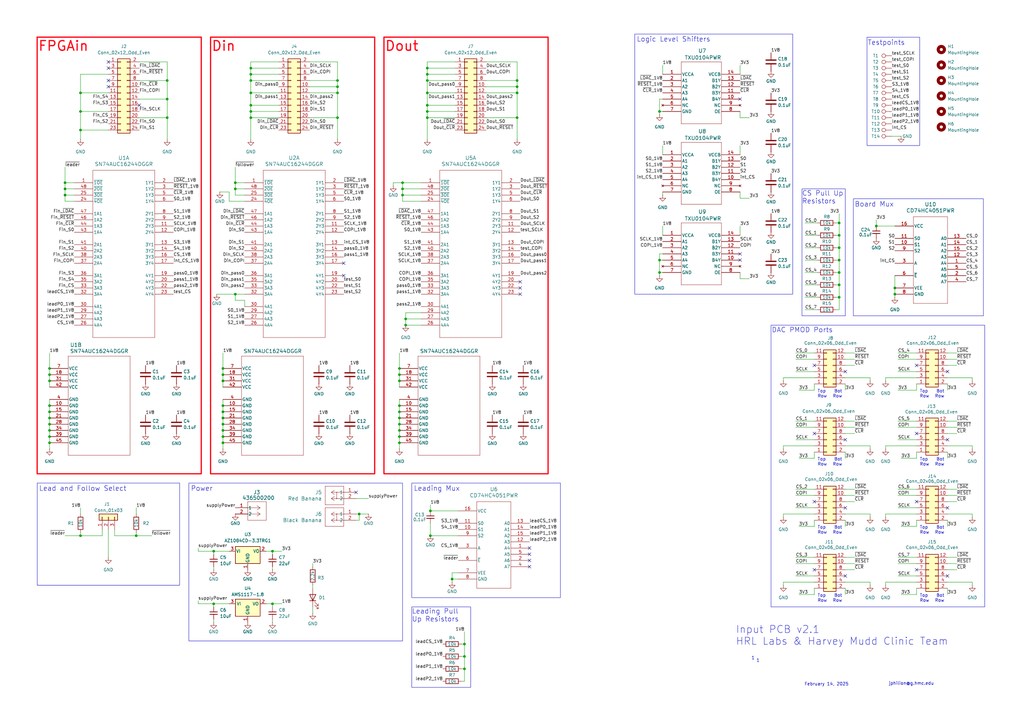
<source format=kicad_sch>
(kicad_sch (version 20250114) (generator "eeschema") (generator_version "9.0")
  (paper "A3")
  (rectangle (start 168.91 198.12) (end 229.87 245.11))
  (rectangle (start 168.91 248.92) (end 193.04 281.94))
  (rectangle (start 260.35 13.97) (end 325.12 120.65))
  (rectangle (start 15.24 15.24) (end 82.55 194.31) (stroke (width 0.5) (color 255 0 15 1)))
  (rectangle (start 328.93 77.47) (end 346.71 129.54))
  (rectangle (start 316.23 133.35) (end 403.86 248.92))
  (rectangle (start 77.47 198.12) (end 165.1 262.89))
  (rectangle (start 157.48 15.24) (end 224.79 194.31) (stroke (width 0.5) (color 255 0 15 1)))
  (rectangle (start 350.012 81.534) (end 403.352 129.54))
  (rectangle (start 355.6 15.24) (end 377.19 59.69))
  (rectangle (start 86.36 15.24) (end 153.67 194.31) (stroke (width 0.5) (color 255 0 15 1)))
  (rectangle (start 15.24 198.12) (end 73.66 240.03))
  (text "Bot\nRow" (at 345.44 163.322 0) (effects (font (size 1.27 1.27)) (justify right bottom)))
  (text "Bot\nRow" (at 387.35 247.142 0) (effects (font (size 1.27 1.27)) (justify right bottom)))
  (text "Leading Pull\nUp Resistors" (at 168.91 255.27 0) (effects (font (size 2 2)) (justify left bottom)))
  (text "DAC PMOD Ports" (at 316.484 136.652 0) (effects (font (size 2 2)) (justify left bottom)))
  (text "Bot\nRow" (at 387.35 219.202 0) (effects (font (size 1.27 1.27)) (justify right bottom)))
  (text "Top\nRow" (at 377.19 247.142 0) (effects (font (size 1.27 1.27)) (justify left bottom)))
  (text "Testpoints" (at 355.854 18.796 0) (effects (font (size 2 2)) (justify left bottom)))
  (text "Bot\nRow" (at 387.35 191.262 0) (effects (font (size 1.27 1.27)) (justify right bottom)))
  (text "Top\nRow" (at 377.19 191.262 0) (effects (font (size 1.27 1.27)) (justify left bottom)))
  (text "Board Mux" (at 350.52 85.09 0) (effects (font (size 2 2)) (justify left bottom)))
  (text "Leading Mux" (at 169.672 201.676 0) (effects (font (size 2 2)) (justify left bottom)))
  (text "Top\nRow" (at 335.28 247.142 0) (effects (font (size 1.27 1.27)) (justify left bottom)))
  (text "February 14, 2025" (at 329.946 281.432 0) (effects (font (size 1.27 1.27)) (justify left bottom)))
  (text "1" (at 310.896 271.018 0) (effects (font (size 1.27 1.27))))
  (text "Top\nRow" (at 335.28 163.322 0) (effects (font (size 1.27 1.27)) (justify left bottom)))
  (text "Bot\nRow" (at 345.44 219.202 0) (effects (font (size 1.27 1.27)) (justify right bottom)))
  (text "Din" (at 86.614 19.05 0) (effects (font (size 4 4) (thickness 0.5)) (justify left)))
  (text "1" (at 308.864 270.002 0) (effects (font (size 1.27 1.27))))
  (text "Dout" (at 157.734 19.05 0) (effects (font (size 4 4) (thickness 0.5)) (justify left)))
  (text "Top\nRow" (at 377.19 163.322 0) (effects (font (size 1.27 1.27)) (justify left bottom)))
  (text "Top\nRow" (at 335.28 191.262 0) (effects (font (size 1.27 1.27)) (justify left bottom)))
  (text "Input PCB v2.1\nHRL Labs & Harvey Mudd Clinic Team" (at 301.752 264.922 0) (effects (font (size 3 3)) (justify left bottom)))
  (text "jphilion@g.hmc.edu" (at 364.49 281.178 0) (effects (font (size 1.27 1.27)) (justify left bottom)))
  (text "FPGAin" (at 15.494 19.05 0) (effects (font (size 4 4) (thickness 0.5)) (justify left)))
  (text "Bot\nRow" (at 345.44 247.142 0) (effects (font (size 1.27 1.27)) (justify right bottom)))
  (text "Top\nRow" (at 335.28 219.202 0) (effects (font (size 1.27 1.27)) (justify left bottom)))
  (text "Bot\nRow" (at 387.35 163.322 0) (effects (font (size 1.27 1.27)) (justify right bottom)))
  (text "CS Pull Up\nResistors" (at 328.93 83.82 0) (effects (font (size 2 2)) (justify left bottom)))
  (text "Lead and Follow Select" (at 16.002 201.676 0) (effects (font (size 2 2)) (justify left bottom)))
  (text "Logic Level Shifters" (at 261.112 16.256 0) (effects (font (size 2 2)) (justify left)))
  (text "Top\nRow" (at 377.19 219.202 0) (effects (font (size 1.27 1.27)) (justify left bottom)))
  (text "Power" (at 78.232 201.676 0) (effects (font (size 2 2)) (justify left bottom)))
  (text "Bot\nRow" (at 345.44 191.262 0) (effects (font (size 1.27 1.27)) (justify right bottom)))
  (junction (at 270.51 45.72))
  (junction (at 111.76 247.65))
  (junction (at 96.52 74.93))
  (junction (at 163.83 176.53))
  (junction (at 33.02 219.71))
  (junction (at 91.44 179.07))
  (junction (at 344.17 106.68))
  (junction (at 212.09 33.02))
  (junction (at 175.26 27.94))
  (junction (at 68.58 33.02))
  (junction (at 367.03 118.11))
  (junction (at 91.44 153.67))
  (junction (at 33.02 45.72))
  (junction (at 359.41 92.71))
  (junction (at 91.44 156.21))
  (junction (at 344.17 91.44))
  (junction (at 96.52 120.65))
  (junction (at 26.67 77.47))
  (junction (at 68.58 40.64))
  (junction (at 20.32 179.07))
  (junction (at 165.1 80.01))
  (junction (at 163.83 153.67))
  (junction (at 163.83 168.91))
  (junction (at 20.32 151.13))
  (junction (at 163.83 179.07))
  (junction (at 212.09 38.1))
  (junction (at 367.03 120.65))
  (junction (at 26.67 74.93))
  (junction (at 190.5 274.32))
  (junction (at 20.32 176.53))
  (junction (at 175.26 43.18))
  (junction (at 270.51 111.76))
  (junction (at 102.87 38.1))
  (junction (at 33.02 38.1))
  (junction (at 138.43 48.26))
  (junction (at 91.44 173.99))
  (junction (at 20.32 173.99))
  (junction (at 166.37 133.35))
  (junction (at 344.17 101.6))
  (junction (at 163.83 151.13))
  (junction (at 190.5 264.16))
  (junction (at 91.44 171.45))
  (junction (at 344.17 96.52))
  (junction (at 91.44 176.53))
  (junction (at 175.26 30.48))
  (junction (at 20.32 168.91))
  (junction (at 102.87 27.94))
  (junction (at 91.44 168.91))
  (junction (at 102.87 45.72))
  (junction (at 26.67 80.01))
  (junction (at 163.83 181.61))
  (junction (at 111.76 226.06))
  (junction (at 147.32 210.82))
  (junction (at 68.58 48.26))
  (junction (at 87.63 247.65))
  (junction (at 102.87 33.02))
  (junction (at 344.17 116.84))
  (junction (at 20.32 171.45))
  (junction (at 163.83 171.45))
  (junction (at 190.5 269.24))
  (junction (at 96.52 77.47))
  (junction (at 20.32 156.21))
  (junction (at 102.87 30.48))
  (junction (at 212.09 48.26))
  (junction (at 102.87 48.26))
  (junction (at 102.87 43.18))
  (junction (at 163.83 166.37))
  (junction (at 91.44 181.61))
  (junction (at 87.63 226.06))
  (junction (at 176.53 219.71))
  (junction (at 91.44 151.13))
  (junction (at 91.44 166.37))
  (junction (at 175.26 48.26))
  (junction (at 344.17 121.92))
  (junction (at 138.43 38.1))
  (junction (at 55.88 219.71))
  (junction (at 166.37 130.81))
  (junction (at 163.83 173.99))
  (junction (at 212.09 35.56))
  (junction (at 165.1 77.47))
  (junction (at 20.32 181.61))
  (junction (at 138.43 33.02))
  (junction (at 270.51 106.68))
  (junction (at 163.83 156.21))
  (junction (at 175.26 45.72))
  (junction (at 176.53 209.55))
  (junction (at 175.26 38.1))
  (junction (at 175.26 33.02))
  (junction (at 344.17 111.76))
  (junction (at 33.02 53.34))
  (junction (at 20.32 166.37))
  (junction (at 185.42 237.49))
  (junction (at 20.32 153.67))
  (junction (at 165.1 74.93))
  (junction (at 138.43 35.56))
  (no_connect (at 334.01 233.68))
  (no_connect (at 217.17 227.33))
  (no_connect (at 146.05 201.93))
  (no_connect (at 140.97 107.95))
  (no_connect (at 388.62 152.4))
  (no_connect (at 375.92 177.8))
  (no_connect (at 346.71 236.22))
  (no_connect (at 217.17 229.87))
  (no_connect (at 217.17 224.79))
  (no_connect (at 388.62 180.34))
  (no_connect (at 375.92 205.74))
  (no_connect (at 57.15 43.18))
  (no_connect (at 334.01 205.74))
  (no_connect (at 375.92 233.68))
  (no_connect (at 303.53 106.68))
  (no_connect (at 388.62 208.28))
  (no_connect (at 44.45 33.02))
  (no_connect (at 213.36 118.11))
  (no_connect (at 334.01 149.86))
  (no_connect (at 44.45 27.94))
  (no_connect (at 44.45 25.4))
  (no_connect (at 388.62 236.22))
  (no_connect (at 44.45 35.56))
  (no_connect (at 346.71 208.28))
  (no_connect (at 213.36 120.65))
  (no_connect (at 213.36 115.57))
  (no_connect (at 303.53 40.64))
  (no_connect (at 217.17 232.41))
  (no_connect (at 334.01 177.8))
  (no_connect (at 375.92 149.86))
  (no_connect (at 303.53 104.14))
  (no_connect (at 346.71 152.4))
  (no_connect (at 140.97 113.03))
  (no_connect (at 346.71 180.34))
  (wire (pts (xy 87.63 226.06) (xy 87.63 227.33)))
  (wire (pts (xy 68.58 25.4) (xy 68.58 33.02)))
  (wire (pts (xy 368.3 144.78) (xy 375.92 144.78)))
  (wire (pts (xy 114.3 25.4) (xy 102.87 25.4)))
  (wire (pts (xy 346.71 228.6) (xy 350.52 228.6)))
  (wire (pts (xy 334.01 238.76) (xy 321.31 238.76)))
  (wire (pts (xy 96.52 120.65) (xy 100.33 120.65)))
  (wire (pts (xy 388.62 210.82) (xy 398.78 210.82)))
  (wire (pts (xy 20.32 176.53) (xy 20.32 179.07)))
  (wire (pts (xy 33.02 208.28) (xy 33.02 210.82)))
  (wire (pts (xy 303.53 26.67) (xy 303.53 30.48)))
  (wire (pts (xy 212.09 33.02) (xy 212.09 35.56)))
  (wire (pts (xy 356.87 210.82) (xy 356.87 212.09)))
  (wire (pts (xy 388.62 185.42) (xy 388.62 187.96)))
  (wire (pts (xy 368.3 160.02) (xy 375.92 160.02)))
  (wire (pts (xy 190.5 279.4) (xy 190.5 274.32)))
  (wire (pts (xy 346.71 147.32) (xy 350.52 147.32)))
  (wire (pts (xy 102.87 30.48) (xy 114.3 30.48)))
  (wire (pts (xy 26.67 80.01) (xy 26.67 82.55)))
  (wire (pts (xy 346.71 149.86) (xy 350.52 149.86)))
  (wire (pts (xy 199.39 38.1) (xy 212.09 38.1)))
  (wire (pts (xy 363.22 154.94) (xy 375.92 154.94)))
  (wire (pts (xy 102.87 33.02) (xy 114.3 33.02)))
  (wire (pts (xy 334.01 185.42) (xy 334.01 187.96)))
  (wire (pts (xy 346.71 144.78) (xy 350.52 144.78)))
  (wire (pts (xy 344.17 101.6) (xy 344.17 96.52)))
  (wire (pts (xy 127 33.02) (xy 138.43 33.02)))
  (wire (pts (xy 270.51 113.03) (xy 270.51 111.76)))
  (wire (pts (xy 388.62 228.6) (xy 392.43 228.6)))
  (wire (pts (xy 375.92 185.42) (xy 375.92 187.96)))
  (wire (pts (xy 375.92 215.9) (xy 369.57 215.9)))
  (wire (pts (xy 398.78 238.76) (xy 398.78 240.03)))
  (wire (pts (xy 93.98 82.55) (xy 93.98 78.74)))
  (wire (pts (xy 163.83 176.53) (xy 163.83 179.07)))
  (wire (pts (xy 346.71 177.8) (xy 350.52 177.8)))
  (wire (pts (xy 55.88 208.28) (xy 55.88 210.82)))
  (wire (pts (xy 330.2 111.76) (xy 335.28 111.76)))
  (wire (pts (xy 356.87 154.94) (xy 356.87 156.21)))
  (wire (pts (xy 398.78 182.88) (xy 398.78 184.15)))
  (wire (pts (xy 161.29 74.93) (xy 161.29 76.2)))
  (wire (pts (xy 346.71 213.36) (xy 346.71 215.9)))
  (wire (pts (xy 175.26 38.1) (xy 175.26 43.18)))
  (wire (pts (xy 175.26 30.48) (xy 186.69 30.48)))
  (wire (pts (xy 303.53 114.3) (xy 303.53 111.76)))
  (wire (pts (xy 172.72 82.55) (xy 165.1 82.55)))
  (wire (pts (xy 91.44 176.53) (xy 91.44 179.07)))
  (wire (pts (xy 368.3 175.26) (xy 375.92 175.26)))
  (wire (pts (xy 326.39 236.22) (xy 334.01 236.22)))
  (wire (pts (xy 321.31 154.94) (xy 321.31 156.21)))
  (wire (pts (xy 96.52 80.01) (xy 96.52 77.47)))
  (wire (pts (xy 33.02 30.48) (xy 44.45 30.48)))
  (wire (pts (xy 26.67 74.93) (xy 30.48 74.93)))
  (wire (pts (xy 175.26 33.02) (xy 175.26 38.1)))
  (wire (pts (xy 127 48.26) (xy 138.43 48.26)))
  (wire (pts (xy 102.87 38.1) (xy 114.3 38.1)))
  (wire (pts (xy 102.87 48.26) (xy 114.3 48.26)))
  (wire (pts (xy 303.53 59.69) (xy 303.53 63.5)))
  (wire (pts (xy 344.17 106.68) (xy 344.17 101.6)))
  (wire (pts (xy 303.53 92.71) (xy 303.53 96.52)))
  (wire (pts (xy 342.9 121.92) (xy 344.17 121.92)))
  (wire (pts (xy 326.39 172.72) (xy 334.01 172.72)))
  (wire (pts (xy 212.09 38.1) (xy 212.09 48.26)))
  (wire (pts (xy 326.39 144.78) (xy 334.01 144.78)))
  (wire (pts (xy 367.03 118.11) (xy 367.03 120.65)))
  (wire (pts (xy 175.26 45.72) (xy 175.26 48.26)))
  (wire (pts (xy 346.71 185.42) (xy 346.71 187.96)))
  (wire (pts (xy 102.87 43.18) (xy 114.3 43.18)))
  (wire (pts (xy 165.1 77.47) (xy 172.72 77.47)))
  (wire (pts (xy 91.44 151.13) (xy 91.44 153.67)))
  (wire (pts (xy 388.62 172.72) (xy 392.43 172.72)))
  (wire (pts (xy 111.76 232.41) (xy 111.76 233.68)))
  (wire (pts (xy 102.87 27.94) (xy 102.87 30.48)))
  (wire (pts (xy 326.39 200.66) (xy 334.01 200.66)))
  (wire (pts (xy 334.01 210.82) (xy 321.31 210.82)))
  (wire (pts (xy 91.44 144.78) (xy 91.44 151.13)))
  (wire (pts (xy 334.01 182.88) (xy 321.31 182.88)))
  (wire (pts (xy 46.99 219.71) (xy 55.88 219.71)))
  (wire (pts (xy 91.44 173.99) (xy 91.44 176.53)))
  (wire (pts (xy 363.22 238.76) (xy 363.22 240.03)))
  (wire (pts (xy 326.39 208.28) (xy 334.01 208.28)))
  (wire (pts (xy 91.44 171.45) (xy 91.44 173.99)))
  (wire (pts (xy 127 25.4) (xy 138.43 25.4)))
  (wire (pts (xy 303.53 48.26) (xy 303.53 45.72)))
  (wire (pts (xy 175.26 27.94) (xy 175.26 30.48)))
  (wire (pts (xy 307.34 81.28) (xy 303.53 81.28)))
  (wire (pts (xy 363.22 182.88) (xy 363.22 184.15)))
  (wire (pts (xy 398.78 154.94) (xy 398.78 156.21)))
  (wire (pts (xy 127 38.1) (xy 138.43 38.1)))
  (wire (pts (xy 87.63 232.41) (xy 87.63 233.68)))
  (wire (pts (xy 163.83 153.67) (xy 163.83 156.21)))
  (wire (pts (xy 175.26 45.72) (xy 186.69 45.72)))
  (wire (pts (xy 102.87 48.26) (xy 102.87 57.15)))
  (wire (pts (xy 33.02 30.48) (xy 33.02 38.1)))
  (wire (pts (xy 175.26 38.1) (xy 186.69 38.1)))
  (wire (pts (xy 326.39 203.2) (xy 334.01 203.2)))
  (wire (pts (xy 87.63 247.65) (xy 87.63 248.92)))
  (wire (pts (xy 369.57 55.88) (xy 365.76 55.88)))
  (wire (pts (xy 20.32 181.61) (xy 20.32 184.15)))
  (wire (pts (xy 20.32 168.91) (xy 20.32 171.45)))
  (wire (pts (xy 93.98 78.74) (xy 90.17 78.74)))
  (wire (pts (xy 330.2 116.84) (xy 335.28 116.84)))
  (wire (pts (xy 166.37 133.35) (xy 172.72 133.35)))
  (wire (pts (xy 189.23 274.32) (xy 190.5 274.32)))
  (wire (pts (xy 388.62 233.68) (xy 392.43 233.68)))
  (wire (pts (xy 363.22 210.82) (xy 363.22 212.09)))
  (wire (pts (xy 20.32 153.67) (xy 20.32 156.21)))
  (wire (pts (xy 109.22 247.65) (xy 111.76 247.65)))
  (wire (pts (xy 326.39 152.4) (xy 334.01 152.4)))
  (wire (pts (xy 20.32 171.45) (xy 20.32 173.99)))
  (wire (pts (xy 344.17 116.84) (xy 344.17 111.76)))
  (wire (pts (xy 163.83 151.13) (xy 163.83 153.67)))
  (wire (pts (xy 346.71 157.48) (xy 346.71 160.02)))
  (wire (pts (xy 346.71 205.74) (xy 350.52 205.74)))
  (wire (pts (xy 87.63 247.65) (xy 93.98 247.65)))
  (wire (pts (xy 388.62 203.2) (xy 392.43 203.2)))
  (wire (pts (xy 367.03 120.65) (xy 367.03 121.92)))
  (wire (pts (xy 147.32 213.36) (xy 147.32 210.82)))
  (wire (pts (xy 334.01 154.94) (xy 321.31 154.94)))
  (wire (pts (xy 20.32 173.99) (xy 20.32 176.53)))
  (wire (pts (xy 87.63 226.06) (xy 93.98 226.06)))
  (wire (pts (xy 163.83 179.07) (xy 163.83 181.61)))
  (wire (pts (xy 30.48 80.01) (xy 26.67 80.01)))
  (wire (pts (xy 20.32 151.13) (xy 20.32 153.67)))
  (wire (pts (xy 368.3 147.32) (xy 375.92 147.32)))
  (wire (pts (xy 111.76 247.65) (xy 111.76 248.92)))
  (wire (pts (xy 334.01 243.84) (xy 327.66 243.84)))
  (wire (pts (xy 346.71 154.94) (xy 356.87 154.94)))
  (wire (pts (xy 185.42 234.95) (xy 185.42 237.49)))
  (wire (pts (xy 175.26 48.26) (xy 175.26 57.15)))
  (wire (pts (xy 30.48 77.47) (xy 26.67 77.47)))
  (wire (pts (xy 344.17 96.52) (xy 344.17 91.44)))
  (wire (pts (xy 147.32 210.82) (xy 146.05 210.82)))
  (wire (pts (xy 190.5 274.32) (xy 190.5 269.24)))
  (wire (pts (xy 68.58 48.26) (xy 68.58 57.15)))
  (wire (pts (xy 271.78 92.71) (xy 271.78 96.52)))
  (wire (pts (xy 100.33 80.01) (xy 96.52 80.01)))
  (wire (pts (xy 375.92 241.3) (xy 375.92 243.84)))
  (wire (pts (xy 330.2 91.44) (xy 335.28 91.44)))
  (wire (pts (xy 96.52 74.93) (xy 100.33 74.93)))
  (wire (pts (xy 163.83 181.61) (xy 163.83 184.15)))
  (wire (pts (xy 270.51 106.68) (xy 270.51 111.76)))
  (wire (pts (xy 33.02 45.72) (xy 44.45 45.72)))
  (wire (pts (xy 326.39 180.34) (xy 334.01 180.34)))
  (wire (pts (xy 342.9 127) (xy 344.17 127)))
  (wire (pts (xy 334.01 215.9) (xy 327.66 215.9)))
  (wire (pts (xy 326.39 228.6) (xy 334.01 228.6)))
  (wire (pts (xy 166.37 130.81) (xy 166.37 133.35)))
  (wire (pts (xy 334.01 213.36) (xy 334.01 215.9)))
  (wire (pts (xy 271.78 26.67) (xy 271.78 30.48)))
  (wire (pts (xy 270.51 40.64) (xy 270.51 45.72)))
  (wire (pts (xy 346.71 238.76) (xy 356.87 238.76)))
  (wire (pts (xy 128.27 231.14) (xy 128.27 232.41)))
  (wire (pts (xy 342.9 106.68) (xy 344.17 106.68)))
  (wire (pts (xy 138.43 38.1) (xy 138.43 48.26)))
  (wire (pts (xy 138.43 25.4) (xy 138.43 33.02)))
  (wire (pts (xy 326.39 175.26) (xy 334.01 175.26)))
  (wire (pts (xy 185.42 238.76) (xy 185.42 237.49)))
  (wire (pts (xy 375.92 182.88) (xy 363.22 182.88)))
  (wire (pts (xy 20.32 156.21) (xy 20.32 158.75)))
  (wire (pts (xy 330.2 101.6) (xy 335.28 101.6)))
  (wire (pts (xy 190.5 264.16) (xy 190.5 269.24)))
  (wire (pts (xy 127 35.56) (xy 138.43 35.56)))
  (wire (pts (xy 102.87 27.94) (xy 114.3 27.94)))
  (wire (pts (xy 199.39 33.02) (xy 212.09 33.02)))
  (wire (pts (xy 342.9 91.44) (xy 344.17 91.44)))
  (wire (pts (xy 346.71 210.82) (xy 356.87 210.82)))
  (wire (pts (xy 102.87 33.02) (xy 102.87 38.1)))
  (wire (pts (xy 270.51 111.76) (xy 271.78 111.76)))
  (wire (pts (xy 111.76 254) (xy 111.76 255.27)))
  (wire (pts (xy 81.28 224.79) (xy 81.28 226.06)))
  (wire (pts (xy 26.67 82.55) (xy 30.48 82.55)))
  (wire (pts (xy 270.51 106.68) (xy 271.78 106.68)))
  (wire (pts (xy 388.62 241.3) (xy 388.62 243.84)))
  (wire (pts (xy 363.22 154.94) (xy 363.22 156.21)))
  (wire (pts (xy 271.78 59.69) (xy 271.78 63.5)))
  (wire (pts (xy 367.03 113.03) (xy 367.03 118.11)))
  (wire (pts (xy 33.02 218.44) (xy 33.02 219.71)))
  (wire (pts (xy 96.52 77.47) (xy 96.52 74.93)))
  (wire (pts (xy 321.31 238.76) (xy 321.31 240.03)))
  (wire (pts (xy 212.09 35.56) (xy 212.09 38.1)))
  (wire (pts (xy 344.17 121.92) (xy 344.17 116.84)))
  (wire (pts (xy 388.62 177.8) (xy 392.43 177.8)))
  (wire (pts (xy 388.62 231.14) (xy 392.43 231.14)))
  (wire (pts (xy 163.83 156.21) (xy 163.83 158.75)))
  (wire (pts (xy 334.01 241.3) (xy 334.01 243.84)))
  (wire (pts (xy 55.88 218.44) (xy 55.88 219.71)))
  (wire (pts (xy 87.63 254) (xy 87.63 255.27)))
  (wire (pts (xy 185.42 234.95) (xy 187.96 234.95)))
  (wire (pts (xy 271.78 80.01) (xy 271.78 78.74)))
  (wire (pts (xy 166.37 128.27) (xy 166.37 130.81)))
  (wire (pts (xy 398.78 210.82) (xy 398.78 212.09)))
  (wire (pts (xy 346.71 231.14) (xy 350.52 231.14)))
  (wire (pts (xy 57.15 25.4) (xy 68.58 25.4)))
  (wire (pts (xy 326.39 231.14) (xy 334.01 231.14)))
  (wire (pts (xy 111.76 247.65) (xy 115.57 247.65)))
  (wire (pts (xy 57.15 40.64) (xy 68.58 40.64)))
  (wire (pts (xy 146.05 204.47) (xy 151.13 204.47)))
  (wire (pts (xy 388.62 205.74) (xy 392.43 205.74)))
  (wire (pts (xy 138.43 48.26) (xy 138.43 57.15)))
  (wire (pts (xy 172.72 80.01) (xy 165.1 80.01)))
  (wire (pts (xy 346.71 182.88) (xy 356.87 182.88)))
  (wire (pts (xy 346.71 175.26) (xy 350.52 175.26)))
  (wire (pts (xy 68.58 40.64) (xy 68.58 48.26)))
  (wire (pts (xy 33.02 38.1) (xy 44.45 38.1)))
  (wire (pts (xy 388.62 149.86) (xy 392.43 149.86)))
  (wire (pts (xy 344.17 87.63) (xy 344.17 91.44)))
  (wire (pts (xy 190.5 259.08) (xy 190.5 264.16)))
  (wire (pts (xy 175.26 30.48) (xy 175.26 33.02)))
  (wire (pts (xy 161.29 74.93) (xy 165.1 74.93)))
  (wire (pts (xy 91.44 166.37) (xy 91.44 168.91)))
  (wire (pts (xy 163.83 173.99) (xy 163.83 176.53)))
  (wire (pts (xy 368.3 172.72) (xy 375.92 172.72)))
  (wire (pts (xy 334.01 157.48) (xy 334.01 160.02)))
  (wire (pts (xy 172.72 74.93) (xy 165.1 74.93)))
  (wire (pts (xy 185.42 237.49) (xy 187.96 237.49)))
  (wire (pts (xy 151.13 210.82) (xy 147.32 210.82)))
  (wire (pts (xy 342.9 116.84) (xy 344.17 116.84)))
  (wire (pts (xy 212.09 48.26) (xy 212.09 57.15)))
  (wire (pts (xy 20.32 166.37) (xy 20.32 168.91)))
  (wire (pts (xy 388.62 238.76) (xy 398.78 238.76)))
  (wire (pts (xy 96.52 120.65) (xy 96.52 123.19)))
  (wire (pts (xy 375.92 213.36) (xy 375.92 215.9)))
  (wire (pts (xy 55.88 219.71) (xy 62.23 219.71)))
  (wire (pts (xy 321.31 210.82) (xy 321.31 212.09)))
  (wire (pts (xy 91.44 156.21) (xy 91.44 158.75)))
  (wire (pts (xy 26.67 68.58) (xy 26.67 74.93)))
  (wire (pts (xy 128.27 240.03) (xy 128.27 241.3)))
  (wire (pts (xy 189.23 269.24) (xy 190.5 269.24)))
  (wire (pts (xy 163.83 171.45) (xy 163.83 173.99)))
  (wire (pts (xy 46.99 217.17) (xy 46.99 219.71)))
  (wire (pts (xy 100.33 125.73) (xy 100.33 123.19)))
  (wire (pts (xy 388.62 175.26) (xy 392.43 175.26)))
  (wire (pts (xy 166.37 130.81) (xy 172.72 130.81)))
  (wire (pts (xy 307.34 114.3) (xy 303.53 114.3)))
  (wire (pts (xy 199.39 25.4) (xy 212.09 25.4)))
  (wire (pts (xy 388.62 147.32) (xy 392.43 147.32)))
  (wire (pts (xy 175.26 48.26) (xy 186.69 48.26)))
  (wire (pts (xy 346.71 200.66) (xy 350.52 200.66)))
  (wire (pts (xy 20.32 179.07) (xy 20.32 181.61)))
  (wire (pts (xy 321.31 182.88) (xy 321.31 184.15)))
  (wire (pts (xy 163.83 166.37) (xy 163.83 168.91)))
  (wire (pts (xy 138.43 33.02) (xy 138.43 35.56)))
  (wire (pts (xy 44.45 217.17) (xy 44.45 228.6)))
  (wire (pts (xy 368.3 236.22) (xy 375.92 236.22)))
  (wire (pts (xy 388.62 157.48) (xy 388.62 160.02)))
  (wire (pts (xy 100.33 123.19) (xy 96.52 123.19)))
  (wire (pts (xy 307.34 48.26) (xy 303.53 48.26)))
  (wire (pts (xy 172.72 128.27) (xy 166.37 128.27)))
  (wire (pts (xy 33.02 38.1) (xy 33.02 45.72)))
  (wire (pts (xy 88.9 120.65) (xy 96.52 120.65)))
  (wire (pts (xy 102.87 38.1) (xy 102.87 43.18)))
  (wire (pts (xy 368.3 203.2) (xy 375.92 203.2)))
  (wire (pts (xy 342.9 101.6) (xy 344.17 101.6)))
  (wire (pts (xy 356.87 182.88) (xy 356.87 184.15)))
  (wire (pts (xy 330.2 121.92) (xy 335.28 121.92)))
  (wire (pts (xy 346.71 233.68) (xy 350.52 233.68)))
  (wire (pts (xy 334.01 187.96) (xy 327.66 187.96)))
  (wire (pts (xy 91.44 168.91) (xy 91.44 171.45)))
  (wire (pts (xy 199.39 35.56) (xy 212.09 35.56)))
  (wire (pts (xy 175.26 43.18) (xy 175.26 45.72)))
  (wire (pts (xy 375.92 210.82) (xy 363.22 210.82)))
  (wire (pts (xy 26.67 77.47) (xy 26.67 74.93)))
  (wire (pts (xy 102.87 43.18) (xy 102.87 45.72)))
  (wire (pts (xy 175.26 33.02) (xy 186.69 33.02)))
  (wire (pts (xy 68.58 33.02) (xy 68.58 40.64)))
  (wire (pts (xy 342.9 96.52) (xy 344.17 96.52)))
  (wire (pts (xy 388.62 200.66) (xy 392.43 200.66)))
  (wire (pts (xy 330.2 106.68) (xy 335.28 106.68)))
  (wire (pts (xy 26.67 219.71) (xy 33.02 219.71)))
  (wire (pts (xy 165.1 82.55) (xy 165.1 80.01)))
  (wire (pts (xy 81.28 246.38) (xy 81.28 247.65)))
  (wire (pts (xy 33.02 53.34) (xy 44.45 53.34)))
  (wire (pts (xy 163.83 163.83) (xy 163.83 166.37)))
  (wire (pts (xy 270.51 45.72) (xy 271.78 45.72)))
  (wire (pts (xy 81.28 247.65) (xy 87.63 247.65)))
  (wire (pts (xy 330.2 96.52) (xy 335.28 96.52)))
  (wire (pts (xy 20.32 163.83) (xy 20.32 166.37)))
  (wire (pts (xy 359.41 90.17) (xy 359.41 92.71)))
  (wire (pts (xy 91.44 153.67) (xy 91.44 156.21)))
  (wire (pts (xy 68.58 33.02) (xy 57.15 33.02)))
  (wire (pts (xy 20.32 144.78) (xy 20.32 151.13)))
  (wire (pts (xy 57.15 48.26) (xy 68.58 48.26)))
  (wire (pts (xy 102.87 45.72) (xy 114.3 45.72)))
  (wire (pts (xy 334.01 160.02) (xy 327.66 160.02)))
  (wire (pts (xy 212.09 25.4) (xy 212.09 33.02)))
  (wire (pts (xy 109.22 226.06) (xy 111.76 226.06)))
  (wire (pts (xy 41.91 217.17) (xy 41.91 219.71)))
  (wire (pts (xy 271.78 40.64) (xy 270.51 40.64)))
  (wire (pts (xy 93.98 82.55) (xy 100.33 82.55)))
  (wire (pts (xy 91.44 163.83) (xy 91.44 166.37)))
  (wire (pts (xy 388.62 213.36) (xy 388.62 215.9)))
  (wire (pts (xy 102.87 30.48) (xy 102.87 33.02)))
  (wire (pts (xy 100.33 77.47) (xy 96.52 77.47)))
  (wire (pts (xy 176.53 207.01) (xy 176.53 209.55)))
  (wire (pts (xy 368.3 180.34) (xy 375.92 180.34)))
  (wire (pts (xy 270.51 46.99) (xy 270.51 45.72)))
  (wire (pts (xy 91.44 179.07) (xy 91.44 181.61)))
  (wire (pts (xy 81.28 226.06) (xy 87.63 226.06)))
  (wire (pts (xy 375.92 243.84) (xy 369.57 243.84)))
  (wire (pts (xy 186.69 25.4) (xy 175.26 25.4)))
  (wire (pts (xy 330.2 127) (xy 335.28 127)))
  (wire (pts (xy 368.3 152.4) (xy 375.92 152.4)))
  (wire (pts (xy 176.53 219.71) (xy 187.96 219.71)))
  (wire (pts (xy 326.39 147.32) (xy 334.01 147.32)))
  (wire (pts (xy 199.39 48.26) (xy 212.09 48.26)))
  (wire (pts (xy 346.71 172.72) (xy 350.52 172.72)))
  (wire (pts (xy 344.17 111.76) (xy 344.17 106.68)))
  (wire (pts (xy 175.26 25.4) (xy 175.26 27.94)))
  (wire (pts (xy 346.71 241.3) (xy 346.71 243.84)))
  (wire (pts (xy 176.53 209.55) (xy 187.96 209.55)))
  (wire (pts (xy 91.44 181.61) (xy 91.44 184.15)))
  (wire (pts (xy 368.3 228.6) (xy 375.92 228.6)))
  (wire (pts (xy 26.67 80.01) (xy 26.67 77.47)))
  (wire (pts (xy 344.17 127) (xy 344.17 121.92)))
  (wire (pts (xy 33.02 219.71) (xy 41.91 219.71)))
  (wire (pts (xy 163.83 168.91) (xy 163.83 171.45)))
  (wire (pts (xy 368.3 208.28) (xy 375.92 208.28)))
  (wire (pts (xy 176.53 219.71) (xy 176.53 214.63)))
  (wire (pts (xy 165.1 77.47) (xy 165.1 80.01)))
  (wire (pts (xy 375.92 187.96) (xy 369.57 187.96)))
  (wire (pts (xy 189.23 279.4) (xy 190.5 279.4)))
  (wire (pts (xy 375.92 238.76) (xy 363.22 238.76)))
  (wire (pts (xy 111.76 226.06) (xy 111.76 227.33)))
  (wire (pts (xy 359.41 92.71) (xy 367.03 92.71)))
  (wire (pts (xy 346.71 203.2) (xy 350.52 203.2)))
  (wire (pts (xy 33.02 53.34) (xy 33.02 57.15)))
  (wire (pts (xy 175.26 27.94) (xy 186.69 27.94)))
  (wire (pts (xy 102.87 45.72) (xy 102.87 48.26)))
  (wire (pts (xy 175.26 43.18) (xy 186.69 43.18)))
  (wire (pts (xy 368.3 200.66) (xy 375.92 200.66)))
  (wire (pts (xy 102.87 25.4) (xy 102.87 27.94)))
  (wire (pts (xy 128.27 248.92) (xy 128.27 251.46)))
  (wire (pts (xy 33.02 45.72) (xy 33.02 53.34)))
  (wire (pts (xy 111.76 226.06) (xy 115.57 226.06)))
  (wire (pts (xy 342.9 111.76) (xy 344.17 111.76)))
  (wire (pts (xy 388.62 182.88) (xy 398.78 182.88)))
  (wire (pts (xy 368.3 231.14) (xy 375.92 231.14)))
  (wire (pts (xy 189.23 264.16) (xy 190.5 264.16)))
  (wire (pts (xy 270.51 104.14) (xy 270.51 106.68)))
  (wire (pts (xy 138.43 35.56) (xy 138.43 38.1)))
  (wire (pts (xy 356.87 238.76) (xy 356.87 240.03)))
  (wire (pts (xy 146.05 213.36) (xy 147.32 213.36)))
  (wire (pts (xy 271.78 104.14) (xy 270.51 104.14)))
  (wire (pts (xy 165.1 74.93) (xy 165.1 77.47)))
  (wire (pts (xy 96.52 68.58) (xy 96.52 74.93)))
  (wire (pts (xy 163.83 144.78) (xy 163.83 151.13)))
  (wire (pts (xy 375.92 160.02) (xy 375.92 157.48)))
  (wire (pts (xy 388.62 144.78) (xy 392.43 144.78)))
  (wire (pts (xy 303.53 81.28) (xy 303.53 78.74)))
  (wire (pts (xy 388.62 154.94) (xy 398.78 154.94)))
  (label "~{RESET}" (at 392.43 175.26 0))
  (label "pass1_1V8" (at 140.97 105.41 0))
  (label "Dout_~{CLR}" (at 213.36 80.01 0))
  (label "test_S1" (at 365.76 30.48 0))
  (label "leadP0_1V8" (at 365.76 45.72 0))
  (label "Dout_pass0" (at 213.36 105.41 0))
  (label "Din_S1" (at 127 45.72 0))
  (label "CS_3" (at 396.24 105.41 0))
  (label "3V3" (at 346.71 215.9 0))
  (label "3V3" (at 388.62 215.9 0))
  (label "SCLK_1V8" (at 71.12 92.71 0))
  (label "Fin_S3" (at 44.45 43.18 180))
  (label "~{CLR}" (at 392.43 177.8 0))
  (label "Din_S1" (at 100.33 100.33 180))
  (label "Din_COPI" (at 127 30.48 0))
  (label "Dout_S2" (at 213.36 90.17 0))
  (label "1V8" (at 130.81 170.18 0))
  (label "Fin_~{CLR}" (at 57.15 35.56 0))
  (label "Din_~{LDAC}" (at 100.33 87.63 180))
  (label "test_COPI" (at 365.76 25.4 0))
  (label "CS_4" (at 368.3 144.78 0))
  (label "~{LDAC}_1V8" (at 140.97 74.93 0))
  (label "~{RESET}_1V8" (at 71.12 77.47 0))
  (label "test_S0" (at 140.97 115.57 0))
  (label "~{LDAC}" (at 392.43 200.66 0))
  (label "SCLK_1V8" (at 271.78 99.06 180))
  (label "Din_S0" (at 127 50.8 0))
  (label "test_S2" (at 140.97 120.65 0))
  (label "CS_1" (at 330.2 96.52 0))
  (label "test_CS" (at 365.76 40.64 0))
  (label "CS_7" (at 396.24 115.57 0))
  (label "1V8" (at 316.23 54.61 0))
  (label "~{CLR}" (at 392.43 205.74 0))
  (label "test_S2" (at 365.76 33.02 0))
  (label "leadP0_1V8" (at 181.61 269.24 180))
  (label "1V8" (at 201.93 170.18 0))
  (label "SCLK" (at 326.39 236.22 0))
  (label "Dout_S1" (at 199.39 45.72 0))
  (label "COPI" (at 368.3 231.14 0))
  (label "S1_1V8" (at 71.12 87.63 0))
  (label "COPI" (at 303.53 101.6 0))
  (label "1V8" (at 59.69 149.86 0))
  (label "~{follower}" (at 62.23 219.71 0))
  (label "Fin_S4" (at 44.45 40.64 180))
  (label "CS_2" (at 330.2 101.6 0))
  (label "Din_pass0" (at 100.33 113.03 180))
  (label "1V8" (at 316.23 21.59 0))
  (label "Din_~{CLR}" (at 100.33 92.71 180))
  (label "3V3" (at 369.57 187.96 0))
  (label "Dout_SCLK" (at 213.36 92.71 0))
  (label "int_CS" (at 367.03 107.95 180))
  (label "Din_S2" (at 127 43.18 0))
  (label "CS_7" (at 368.3 228.6 0))
  (label "CS_0" (at 330.2 91.44 0))
  (label "3V3" (at 307.34 114.3 0))
  (label "Dout_~{RESET}" (at 213.36 77.47 0))
  (label "CS_0" (at 396.24 97.79 0))
  (label "Din_pass1" (at 100.33 115.57 180))
  (label "1V8" (at 143.51 149.86 0))
  (label "supplyPower" (at 81.28 246.38 0))
  (label "Dout_pass1" (at 186.69 40.64 180))
  (label "1V8" (at 115.57 247.65 0))
  (label "COPI" (at 368.3 147.32 0))
  (label "1V8" (at 271.78 59.69 0))
  (label "COPI" (at 326.39 147.32 0))
  (label "S4_1V8" (at 71.12 102.87 0))
  (label "S1_1V8" (at 271.78 68.58 180))
  (label "~{LDAC}" (at 392.43 144.78 0))
  (label "S2_1V8" (at 172.72 102.87 180))
  (label "CS_1V8" (at 30.48 133.35 180))
  (label "~{RESET}" (at 392.43 147.32 0))
  (label "S2" (at 367.03 102.87 180))
  (label "Fin_~{RESET}" (at 30.48 90.17 180))
  (label "1V8" (at 214.63 149.86 0))
  (label "leadCS_1V8" (at 181.61 264.16 180))
  (label "leadCS_1V8" (at 30.48 120.65 180))
  (label "~{RESET}" (at 350.52 175.26 0))
  (label "Din_~{RESET}" (at 100.33 90.17 180))
  (label "CS_1V8" (at 187.96 224.79 180))
  (label "S0_1V8" (at 71.12 82.55 0))
  (label "Dout_pass2" (at 199.39 40.64 0))
  (label "~{LDAC}" (at 350.52 200.66 0))
  (label "Dout_SCLK" (at 199.39 27.94 0))
  (label "Fin_COPI" (at 57.15 38.1 0))
  (label "3V3" (at 368.3 160.02 0))
  (label "3V3" (at 346.71 187.96 0))
  (label "SCLK" (at 326.39 152.4 0))
  (label "~{CLR}_1V8" (at 71.12 80.01 0))
  (label "pass0_1V8" (at 71.12 113.03 0))
  (label "1V8" (at 214.63 170.18 0))
  (label "S0" (at 303.53 66.04 0))
  (label "Fin_S4" (at 30.48 115.57 180))
  (label "leadP2_1V8" (at 30.48 130.81 180))
  (label "int_CS" (at 303.53 73.66 0))
  (label "~{leader}" (at 26.67 219.71 180))
  (label "CS_1" (at 326.39 172.72 0))
  (label "3V3" (at 388.62 243.84 0))
  (label "~{RESET}" (at 350.52 203.2 0))
  (label "CS_7" (at 330.2 127 0))
  (label "Fin_CS" (at 44.45 48.26 180))
  (label "pass0_1V8" (at 140.97 102.87 0))
  (label "int_CS_1V8" (at 271.78 73.66 180))
  (label "1V8" (at 55.88 208.28 0))
  (label "3V3" (at 327.66 160.02 0))
  (label "CS_3" (at 326.39 228.6 0))
  (label "~{LDAC}" (at 303.53 33.02 0))
  (label "~{CLR}" (at 392.43 233.68 0))
  (label "COPI_1V8" (at 271.78 101.6 180))
  (label "Dout_pass1" (at 213.36 107.95 0))
  (label "~{CLR}" (at 350.52 205.74 0))
  (label "~{LDAC}" (at 350.52 144.78 0))
  (label "S0_1V8" (at 100.33 128.27 180))
  (label "~{CLR}_1V8" (at 271.78 38.1 180))
  (label "S3_1V8" (at 365.76 35.56 0))
  (label "pass2_1V8" (at 71.12 118.11 0))
  (label "leadP1_1V8" (at 181.61 274.32 180))
  (label "Din_COPI" (at 100.33 107.95 180))
  (label "Dout_~{LDAC}" (at 213.36 74.93 0))
  (label "SCLK_1V8" (at 140.97 92.71 0))
  (label "Fin_COPI" (at 30.48 107.95 180))
  (label "3V3" (at 369.57 243.84 0))
  (label "Dout_pass0" (at 186.69 35.56 180))
  (label "int_CS" (at 365.76 53.34 0))
  (label "~{LDAC}_1V8" (at 71.12 74.93 0))
  (label "COPI_1V8" (at 140.97 95.25 0))
  (label "Fin_S1" (at 57.15 53.34 0))
  (label "S4_1V8" (at 365.76 38.1 0))
  (label "Dout_COPI" (at 213.36 100.33 0))
  (label "SCLK" (at 303.53 99.06 0))
  (label "Fin_~{CLR}" (at 30.48 92.71 180))
  (label "S1_1V8" (at 100.33 130.81 180))
  (label "Fin_S0" (at 30.48 95.25 180))
  (label "Fin_S2" (at 44.45 50.8 180))
  (label "Fin_S0" (at 57.15 50.8 0))
  (label "~{RESET}" (at 392.43 231.14 0))
  (label "Dout_S2" (at 199.39 43.18 0))
  (label "CS_1V8" (at 71.12 105.41 0))
  (label "test_COPI" (at 213.36 102.87 0))
  (label "CS_2" (at 396.24 102.87 0))
  (label "1V8" (at 271.78 92.71 0))
  (label "Din_pass1" (at 114.3 40.64 180))
  (label "leadP0_1V8" (at 30.48 125.73 180))
  (label "pass0_1V8" (at 172.72 118.11 180))
  (label "~{CLR}" (at 350.52 149.86 0))
  (label "Fin_S1" (at 30.48 100.33 180))
  (label "3V3" (at 359.41 90.17 0))
  (label "int_CS_1V8" (at 140.97 100.33 0))
  (label "test_SCLK" (at 365.76 22.86 0))
  (label "SCLK" (at 326.39 208.28 0))
  (label "CS_3" (at 330.2 106.68 0))
  (label "~{LDAC}" (at 350.52 228.6 0))
  (label "COPI_1V8" (at 71.12 95.25 0))
  (label "~{CLR}" (at 350.52 177.8 0))
  (label "1V8" (at 72.39 170.18 0))
  (label "pass2_1V8" (at 172.72 125.73 180))
  (label "leadP2_1V8" (at 181.61 279.4 180))
  (label "Din_pass0" (at 114.3 35.56 180))
  (label "test_S1" (at 140.97 118.11 0))
  (label "3V3" (at 115.57 226.06 0))
  (label "1V8" (at 91.44 144.78 0))
  (label "SCLK" (at 368.3 236.22 0))
  (label "SCLK" (at 368.3 152.4 0))
  (label "3V3" (at 128.27 231.14 0))
  (label "COPI_1V8" (at 172.72 115.57 180))
  (label "Din_pass2" (at 127 40.64 0))
  (label "3V3" (at 327.66 187.96 0))
  (label "COPI" (at 326.39 175.26 0))
  (label "pass1_1V8" (at 172.72 120.65 180))
  (label "test_CS" (at 71.12 120.65 0))
  (label "~{RESET}_1V8" (at 271.78 35.56 180))
  (label "Din_pass2" (at 100.33 118.11 180))
  (label "Din_SCLK" (at 127 27.94 0))
  (label "leadP1_1V8" (at 30.48 128.27 180))
  (label "Fin_S3" (at 30.48 113.03 180))
  (label "Din_~{RESET}" (at 127 53.34 0))
  (label "1V8" (at 33.02 208.28 180))
  (label "S2_1V8" (at 100.33 133.35 180))
  (label "S2_1V8" (at 140.97 90.17 0))
  (label "3V3" (at 369.57 215.9 0))
  (label "3V3" (at 303.53 59.69 0))
  (label "1V8" (at 20.32 144.78 0))
  (label "Fin_~{LDAC}" (at 30.48 87.63 180))
  (label "S2" (at 303.53 71.12 0))
  (label "Dout_~{LDAC}" (at 186.69 50.8 180))
  (label "leadCS_1V8" (at 365.76 43.18 0))
  (label "SCLK" (at 368.3 180.34 0))
  (label "CS_6" (at 330.2 121.92 0))
  (label "leadP2_1V8" (at 365.76 50.8 0))
  (label "Din_SCLK" (at 100.33 105.41 180))
  (label "Fin_CS" (at 30.48 118.11 180))
  (label "CS_1" (at 396.24 100.33 0))
  (label "1V8" (at 190.5 259.08 180))
  (label "Dout_pass2" (at 213.36 113.03 0))
  (label "~{LDAC}" (at 392.43 228.6 0))
  (label "CS_5" (at 396.24 110.49 0))
  (label "~{LDAC}" (at 350.52 172.72 0))
  (label "3V3" (at 316.23 71.12 0))
  (label "Dout_S0" (at 213.36 82.55 0))
  (label "~{RESET}_1V8" (at 140.97 77.47 0))
  (label "S1_1V8" (at 140.97 87.63 0))
  (label "Dout_COPI" (at 199.39 30.48 0))
  (label "S1_1V8" (at 172.72 100.33 180))
  (label "CS_4" (at 396.24 107.95 0))
  (label "1V8" (at 59.69 170.18 0))
  (label "Fin_SCLK" (at 57.15 45.72 0))
  (label "3V3" (at 327.66 215.9 0))
  (label "3V3" (at 388.62 187.96 0))
  (label "COPI" (at 368.3 203.2 0))
  (label "3V3" (at 303.53 92.71 0))
  (label "CS_6" (at 396.24 113.03 0))
  (label "Din_~{CLR}" (at 114.3 53.34 180))
  (label "COPI" (at 326.39 231.14 0))
  (label "leadP1_1V8" (at 217.17 219.71 0))
  (label "leadP2_1V8" (at 217.17 222.25 0))
  (label "S1" (at 303.53 68.58 0))
  (label "Fin_~{LDAC}" (at 57.15 27.94 0))
  (label "S3_1V8" (at 71.12 100.33 0))
  (label "3V3" (at 307.34 81.28 0))
  (label "CS_5" (at 368.3 172.72 0))
  (label "leadP0_1V8" (at 217.17 217.17 0))
  (label "~{leader}" (at 187.96 229.87 180))
  (label "pass1_1V8" (at 71.12 115.57 0))
  (label "~{CLR}" (at 303.53 38.1 0))
  (label "Din_S2" (at 100.33 102.87 180))
  (label "~{LDAC}_1V8" (at 172.72 87.63 180))
  (label "Fin_~{RESET}" (at 57.15 30.48 0))
  (label "Dout_~{CLR}" (at 186.69 53.34 180))
  (label "~{leader}" (at 26.67 68.58 0))
  (label "~{RESET}" (at 350.52 147.32 0))
  (label "Dout_S1" (at 213.36 87.63 0))
  (label "~{follower}" (at 96.52 68.58 0))
  (label "COPI_1V8" (at 172.72 113.03 180))
  (label "COPI" (at 368.3 175.26 0))
  (label "1V8" (at 316.23 87.63 0))
  (label "~{CLR}" (at 392.43 149.86 0))
  (label "COPI" (at 326.39 203.2 0))
  (label "supplyPower" (at 81.28 224.79 0))
  (label "CS_6" (at 368.3 200.66 0))
  (label "3V3" (at 327.66 243.84 0))
  (label "CS_4" (at 330.2 111.76 0))
  (label "S4_1V8" (at 187.96 217.17 180))
  (label "~{RESET}" (at 350.52 231.14 0))
  (label "1V8" (at 176.53 207.01 0))
  (label "3V3" (at 346.71 243.84 0))
  (label "S0" (at 367.03 97.79 180))
  (label "test_S0" (at 365.76 27.94 0))
  (label "CS_2" (at 326.39 200.66 0))
  (label "supplyPower" (at 151.13 204.47 0))
  (label "Din_~{LDAC}" (at 114.3 50.8 180))
  (label "S0_1V8" (at 271.78 66.04 180))
  (label "1V8" (at 271.78 26.67 0))
  (label "~{RESET}" (at 392.43 203.2 0))
  (label "~{LDAC}" (at 392.43 172.72 0))
  (label "SCLK_1V8" (at 172.72 107.95 180))
  (label "SCLK" (at 326.39 180.34 0))
  (label "int_CS_1V8" (at 71.12 107.95 0))
  (label "test_SCLK" (at 213.36 95.25 0))
  (label "Dout_~{RESET}" (at 199.39 53.34 0))
  (label "3V3" (at 307.34 48.26 0))
  (label "CS_5" (at 330.2 116.84 0))
  (label "S3_1V8" (at 187.96 214.63 180))
  (label "supplyPower" (at 96.52 208.28 180))
  (label "1V8" (at 130.81 149.86 0))
  (label "Fin_SCLK" (at 30.48 105.41 180))
  (label "S2_1V8" (at 71.12 90.17 0))
  (label "3V3" (at 316.23 104.14 0))
  (label "Din_S0" (at 100.33 95.25 180))
  (label "~{RESET}_1V8" (at 172.72 90.17 180))
  (label "leadP1_1V8" (at 365.76 48.26 0))
  (label "1V8" (at 143.51 170.18 0))
  (label "leadCS_1V8" (at 217.17 214.63 0))
  (label "~{CLR}_1V8" (at 172.72 92.71 180))
  (label "1V8" (at 163.83 144.78 0))
  (label "1V8" (at 201.93 149.86 0))
  (label "SCLK_1V8" (at 172.72 105.41 180))
  (label "Dout_S0" (at 199.39 50.8 0))
  (label "3V3" (at 303.53 26.67 0))
  (label "Fin_S2" (at 30.48 102.87 180))
  (label "S0_1V8" (at 140.97 82.55 0))
  (label "~{CLR}" (at 350.52 233.68 0))
  (label "S2_1V8" (at 271.78 71.12 180))
  (label "3V3" (at 344.17 87.63 180))
  (label "CS_0" (at 326.39 144.78 0))
  (label "3V3" (at 346.71 160.02 0))
  (label "SCLK" (at 368.3 208.28 0))
  (label "3V3" (at 316.23 38.1 0))
  (label "S1" (at 367.03 100.33 180))
  (label "3V3" (at 388.62 160.02 0))
  (label "S0_1V8" (at 172.72 95.25 180))
  (label "~{LDAC}_1V8" (at 271.78 33.02 180))
  (label "1V8" (at 72.39 149.86 0))
  (label "~{CLR}_1V8" (at 140.97 80.01 0))
  (label "~{RESET}" (at 303.53 35.56 0))
  (symbol (lib_id "power:GND") (at 111.76 255.27 0) (unit 1)
    (property "Reference" "#PWR020" (effects (hide yes)))
    (property "Value" "GND" (at 111.76 259.08 0))
    (property "Description" "Power symbol creates a global label with name \"GND\" , ground" (effects (hide yes)))
  )
  (symbol (lib_id "Device:C") (at 143.51 153.67 0) (unit 1)
    (property "Reference" "C11" (at 146.304 152.4 0) (effects (justify left)))
    (property "Value" "0.1uF" (at 146.304 154.94 0) (effects (justify left)))
    (property "Footprint" "Capacitor_SMD:C_0805_2012Metric" (effects (hide yes)))
    (property "Description" "Unpolarized capacitor" (effects (hide yes)))
  )
  (symbol (lib_id "Device:C") (at 316.23 74.93 0) (unit 1)
    (property "Reference" "C21" (at 319.024 73.66 0) (effects (justify left)))
    (property "Value" "0.1uF" (at 319.024 76.2 0) (effects (justify left)))
    (property "Footprint" "Capacitor_SMD:C_0805_2012Metric" (effects (hide yes)))
    (property "Description" "Unpolarized capacitor" (effects (hide yes)))
  )
  (symbol (lib_id "power:GND") (at 316.23 62.23 0) (unit 1)
    (property "Reference" "#PWR041" (effects (hide yes)))
    (property "Value" "GND" (at 316.23 66.294 0))
    (property "Description" "Power symbol creates a global label with name \"GND\" , ground" (effects (hide yes)))
  )
  (symbol (lib_id "power:GND") (at 111.76 233.68 0) (unit 1)
    (property "Reference" "#PWR019" (effects (hide yes)))
    (property "Value" "GND" (at 111.76 237.49 0))
    (property "Description" "Power symbol creates a global label with name \"GND\" , ground" (effects (hide yes)))
  )
  (symbol (lib_id "power:GND") (at 130.81 177.8 0) (unit 1)
    (property "Reference" "#PWR023" (effects (hide yes)))
    (property "Value" "GND" (at 130.81 181.864 0))
    (property "Description" "Power symbol creates a global label with name \"GND\" , ground" (effects (hide yes)))
  )
  (symbol (lib_id "Connector_Generic:Conn_02x12_Odd_Even") (at 191.77 38.1 0) (unit 1)
    (property "Reference" "J7" (at 193.04 19.05 0))
    (property "Value" "Conn_02x12_Odd_Even" (at 193.04 21.59 0))
    (property "Footprint" "Connector_IDC:IDC-Header_2x12_P2.54mm_Vertical" (effects (hide yes)))
    (property "Description" "Generic connector, double row, 02x12, odd/even pin numbering scheme (row 1 odd numbers, row 2 even numbers), script generated (kicad-library-utils/schlib/autogen/connector/)" (effects (hide yes)))
    (property "JLCPCB Part #" "C132440" (effects (hide yes)))
    (property "JLCPCB Rotation Offset" "-90" (effects (hide yes)))
    (property "JLCPCB Position Offset" "0.5,0" (effects (hide yes)))
  )
  (symbol (lib_id "Device:C") (at 316.23 25.4 0) (unit 1)
    (property "Reference" "C18" (at 319.024 24.13 0) (effects (justify left)))
    (property "Value" "0.1uF" (at 319.024 26.67 0) (effects (justify left)))
    (property "Footprint" "Capacitor_SMD:C_0805_2012Metric" (effects (hide yes)))
    (property "Description" "Unpolarized capacitor" (effects (hide yes)))
  )
  (symbol (lib_id "power:GND") (at 59.69 157.48 0) (unit 1)
    (property "Reference" "#PWR05" (effects (hide yes)))
    (property "Value" "GND" (at 59.69 161.544 0))
    (property "Description" "Power symbol creates a global label with name \"GND\" , ground" (effects (hide yes)))
  )
  (symbol (lib_id "power:GND") (at 363.22 212.09 0) (unit 1)
    (property "Reference" "#PWR056" (effects (hide yes)))
    (property "Value" "GND" (at 363.22 217.17 0))
    (property "Description" "Power symbol creates a global label with name \"GND\" , ground" (effects (hide yes)))
  )
  (symbol (lib_id "Device:C_Small") (at 111.76 251.46 0) (unit 1)
    (property "Reference" "C8" (at 114.3 250.1962 0) (effects (justify left)))
    (property "Value" "22uF" (at 114.3 252.7362 0) (effects (justify left)))
    (property "Footprint" "Capacitor_SMD:C_0805_2012Metric" (effects (hide yes)))
    (property "Description" "Unpolarized capacitor, small symbol" (effects (hide yes)))
  )
  (symbol (lib_id "power:GND") (at 321.31 156.21 0) (unit 1)
    (property "Reference" "#PWR045" (effects (hide yes)))
    (property "Value" "GND" (at 321.31 161.29 0))
    (property "Description" "Power symbol creates a global label with name \"GND\" , ground" (effects (hide yes)))
  )
  (symbol (lib_id "Connector:TestPoint") (at 365.76 48.26 90) (unit 1)
    (property "Reference" "T11" (at 359.156 48.26 90))
    (property "Value" "TestPoint" (effects (hide yes)))
    (property "Footprint" "S1751-46R:HARWIN_S1751-46R" (effects (hide yes)))
    (property "Description" "test point" (effects (hide yes)))
  )
  (symbol (lib_id "power:GND") (at 161.29 76.2 0) (unit 1)
    (property "Reference" "#PWR027" (effects (hide yes)))
    (property "Value" "GND" (at 161.29 80.01 0))
    (property "Description" "Power symbol creates a global label with name \"GND\" , ground" (effects (hide yes)))
  )
  (symbol (lib_id "power:GND") (at 356.87 156.21 0) (unit 1)
    (property "Reference" "#PWR049" (effects (hide yes)))
    (property "Value" "GND" (at 356.87 161.29 0))
    (property "Description" "Power symbol creates a global label with name \"GND\" , ground" (effects (hide yes)))
  )
  (symbol (lib_id "Device:C") (at 72.39 173.99 0) (unit 1)
    (property "Reference" "C4" (at 75.184 172.72 0) (effects (justify left)))
    (property "Value" "0.1uF" (at 75.184 175.26 0) (effects (justify left)))
    (property "Footprint" "Capacitor_SMD:C_0805_2012Metric" (effects (hide yes)))
    (property "Description" "Unpolarized capacitor" (effects (hide yes)))
  )
  (symbol (lib_id "power:GND") (at 101.6 233.68 0) (unit 1)
    (property "Reference" "#PWR016" (effects (hide yes)))
    (property "Value" "GND" (at 101.6 237.49 0))
    (property "Description" "Power symbol creates a global label with name \"GND\" , ground" (effects (hide yes)))
  )
  (symbol (lib_id "Device:C") (at 316.23 58.42 0) (unit 1)
    (property "Reference" "C20" (at 319.024 57.15 0) (effects (justify left)))
    (property "Value" "0.1uF" (at 319.024 59.69 0) (effects (justify left)))
    (property "Footprint" "Capacitor_SMD:C_0805_2012Metric" (effects (hide yes)))
    (property "Description" "Unpolarized capacitor" (effects (hide yes)))
  )
  (symbol (lib_id "power:GND") (at 128.27 251.46 0) (unit 1)
    (property "Reference" "#PWR021" (effects (hide yes)))
    (property "Value" "GND" (at 128.27 255.778 0))
    (property "Description" "Power symbol creates a global label with name \"GND\" , ground" (effects (hide yes)))
  )
  (symbol (lib_id "power:GND") (at 270.51 113.03 0) (unit 1)
    (property "Reference" "#PWR038" (effects (hide yes)))
    (property "Value" "GND" (at 270.51 118.11 0))
    (property "Description" "Power symbol creates a global label with name \"GND\" , ground" (effects (hide yes)))
  )
  (symbol (lib_id "Mechanical:MountingHole") (at 386.08 39.37 0) (unit 1) (in_bom no)
    (property "Reference" "H4" (at 388.62 38.1 0) (effects (justify left)))
    (property "Value" "MountingHole" (at 388.62 40.64 0) (effects (justify left)))
    (property "Footprint" "MountingHole:MountingHole_3.2mm_M3" (effects (hide yes)))
    (property "Description" "Mounting Hole without connection" (effects (hide yes)))
  )
  (symbol (lib_id "Device:R") (at 339.09 101.6 90) (unit 1)
    (property "Reference" "R10" (at 339.09 99.06 90))
    (property "Value" "10k" (at 339.09 101.6 90))
    (property "Footprint" "Resistor_SMD:R_0805_2012Metric" (effects (hide yes)))
    (property "Description" "Resistor" (effects (hide yes)))
  )
  (symbol (lib_id "Device:C") (at 72.39 153.67 0) (unit 1)
    (property "Reference" "C3" (at 75.184 152.4 0) (effects (justify left)))
    (property "Value" "0.1uF" (at 75.184 154.94 0) (effects (justify left)))
    (property "Footprint" "Capacitor_SMD:C_0805_2012Metric" (effects (hide yes)))
    (property "Description" "Unpolarized capacitor" (effects (hide yes)))
  )
  (symbol (lib_id "power:GND") (at 367.03 121.92 0) (unit 1)
    (property "Reference" "#PWR058" (effects (hide yes)))
    (property "Value" "GND" (at 367.03 127 0))
    (property "Description" "Power symbol creates a global label with name \"GND\" , ground" (effects (hide yes)))
  )
  (symbol (lib_id "power:GND") (at 321.31 240.03 0) (unit 1)
    (property "Reference" "#PWR048" (effects (hide yes)))
    (property "Value" "GND" (at 321.31 245.11 0))
    (property "Description" "Power symbol creates a global label with name \"GND\" , ground" (effects (hide yes)))
  )
  (symbol (lib_id "power:GND") (at 143.51 177.8 0) (unit 1)
    (property "Reference" "#PWR025" (effects (hide yes)))
    (property "Value" "GND" (at 143.51 181.864 0))
    (property "Description" "Power symbol creates a global label with name \"GND\" , ground" (effects (hide yes)))
  )
  (symbol (lib_id "SN74AUC16244DGGR:SN74AUC16244DGGR") (at 163.83 151.13 0) (unit 2)
    (property "Reference" "U5" (effects (hide yes)))
    (property "Value" "SN74AUC16244DGGR" (at 172.212 144.018 0) (effects (font (size 1.524 1.524)) (justify left)))
    (property "Footprint" "SN74AUC16244DGGR:DGG48" (effects (hide yes)))
    (property "Datasheet" "SN74AUC16244DGGR" (effects (hide yes)))
  )
  (symbol (lib_id "Mechanical:MountingHole") (at 386.08 20.32 0) (unit 1) (in_bom no)
    (property "Reference" "H1" (at 388.62 19.05 0) (effects (justify left)))
    (property "Value" "MountingHole" (at 388.62 21.59 0) (effects (justify left)))
    (property "Footprint" "MountingHole:MountingHole_3.2mm_M3" (effects (hide yes)))
    (property "Description" "Mounting Hole without connection" (effects (hide yes)))
  )
  (symbol (lib_id "power:GND") (at 363.22 156.21 0) (unit 1)
    (property "Reference" "#PWR054" (effects (hide yes)))
    (property "Value" "GND" (at 363.22 161.29 0))
    (property "Description" "Power symbol creates a global label with name \"GND\" , ground" (effects (hide yes)))
  )
  (symbol (lib_id "power:GND") (at 201.93 177.8 0) (unit 1)
    (property "Reference" "#PWR033" (effects (hide yes)))
    (property "Value" "GND" (at 201.93 181.864 0))
    (property "Description" "Power symbol creates a global label with name \"GND\" , ground" (effects (hide yes)))
  )
  (symbol (lib_id "436500200_Right_Angle:436500200") (at 96.52 208.28 0) (unit 1)
    (property "Reference" "J3" (at 103.886 201.93 0) (effects (font (size 1.524 1.524)) (justify left)))
    (property "Value" "436500200" (at 99.314 204.216 0) (effects (font (size 1.524 1.524)) (justify left)))
    (property "Footprint" "CONN_SD-43650-001_02_MOL" (effects (hide yes)))
    (property "Datasheet" "436500200" (effects (hide yes)))
  )
  (symbol (lib_id "Connector:TestPoint") (at 365.76 43.18 90) (unit 1)
    (property "Reference" "T9" (at 359.156 43.18 90))
    (property "Value" "TestPoint" (effects (hide yes)))
    (property "Footprint" "S1751-46R:HARWIN_S1751-46R" (effects (hide yes)))
    (property "Description" "test point" (effects (hide yes)))
  )
  (symbol (lib_id "power:GND") (at 68.58 57.15 0) (unit 1)
    (property "Reference" "#PWR07" (effects (hide yes)))
    (property "Value" "GND" (at 68.58 62.23 0))
    (property "Description" "Power symbol creates a global label with name \"GND\" , ground" (effects (hide yes)))
  )
  (symbol (lib_id "Connector:TestPoint") (at 365.76 38.1 90) (unit 1)
    (property "Reference" "T7" (at 359.156 38.1 90))
    (property "Value" "TestPoint" (effects (hide yes)))
    (property "Footprint" "S1751-46R:HARWIN_S1751-46R" (effects (hide yes)))
    (property "Description" "test point" (effects (hide yes)))
  )
  (symbol (lib_id "Device:R") (at 339.09 96.52 90) (unit 1)
    (property "Reference" "R9" (at 339.09 93.98 90))
    (property "Value" "10k" (at 339.09 96.52 90))
    (property "Footprint" "Resistor_SMD:R_0805_2012Metric" (effects (hide yes)))
    (property "Description" "Resistor" (effects (hide yes)))
  )
  (symbol (lib_id "power:GND") (at 316.23 78.74 0) (unit 1)
    (property "Reference" "#PWR042" (effects (hide yes)))
    (property "Value" "GND" (at 316.23 82.804 0))
    (property "Description" "Power symbol creates a global label with name \"GND\" , ground" (effects (hide yes)))
  )
  (symbol (lib_id "power:GND") (at 316.23 29.21 0) (unit 1)
    (property "Reference" "#PWR039" (effects (hide yes)))
    (property "Value" "GND" (at 316.23 33.274 0))
    (property "Description" "Power symbol creates a global label with name \"GND\" , ground" (effects (hide yes)))
  )
  (symbol (lib_id "TXU0104PWR:TXU0104PWR") (at 271.78 96.52 0) (unit 1)
    (property "Reference" "U9" (at 288.036 86.868 0) (effects (font (size 1.524 1.524))))
    (property "Value" "TXU0104PWR" (at 288.29 89.662 0) (effects (font (size 1.524 1.524))))
    (property "Footprint" "TXU0104PWR:TSSOP_0104PWR_TEX" (effects (hide yes)))
    (property "Datasheet" "TXU0104PWR" (effects (hide yes)))
  )
  (symbol (lib_id "Device:C_Small") (at 176.53 212.09 0) (unit 1)
    (property "Reference" "C13" (at 170.18 211.074 0) (effects (justify left)))
    (property "Value" "0.1uF" (at 169.418 213.106 0) (effects (justify left)))
    (property "Footprint" "Capacitor_SMD:C_0805_2012Metric" (effects (hide yes)))
    (property "Description" "Unpolarized capacitor, small symbol" (effects (hide yes)))
  )
  (symbol (lib_id "power:GND") (at 44.45 228.6 0) (unit 1)
    (property "Reference" "#PWR04" (effects (hide yes)))
    (property "Value" "GND" (at 44.45 233.68 0))
    (property "Description" "Power symbol creates a global label with name \"GND\" , ground" (effects (hide yes)))
  )
  (symbol (lib_id "Connector:TestPoint") (at 365.76 50.8 90) (unit 1)
    (property "Reference" "T12" (at 359.156 50.8 90))
    (property "Value" "TestPoint" (effects (hide yes)))
    (property "Footprint" "S1751-46R:HARWIN_S1751-46R" (effects (hide yes)))
    (property "Description" "test point" (effects (hide yes)))
  )
  (symbol (lib_id "power:GND") (at 321.31 184.15 0) (unit 1)
    (property "Reference" "#PWR046" (effects (hide yes)))
    (property "Value" "GND" (at 321.31 189.23 0))
    (property "Description" "Power symbol creates a global label with name \"GND\" , ground" (effects (hide yes)))
  )
  (symbol (lib_id "power:GND") (at 363.22 240.03 0) (unit 1)
    (property "Reference" "#PWR057" (effects (hide yes)))
    (property "Value" "GND" (at 363.22 245.11 0))
    (property "Description" "Power symbol creates a global label with name \"GND\" , ground" (effects (hide yes)))
  )
  (symbol (lib_id "power:GND") (at 356.87 212.09 0) (unit 1)
    (property "Reference" "#PWR051" (effects (hide yes)))
    (property "Value" "GND" (at 356.87 217.17 0))
    (property "Description" "Power symbol creates a global label with name \"GND\" , ground" (effects (hide yes)))
  )
  (symbol (lib_id "Device:C_Small") (at 87.63 251.46 0) (unit 1)
    (property "Reference" "C6" (at 90.17 250.1962 0) (effects (justify left)))
    (property "Value" "10uF" (at 90.17 252.7362 0) (effects (justify left)))
    (property "Footprint" "Capacitor_SMD:C_0805_2012Metric" (effects (hide yes)))
    (property "Description" "Unpolarized capacitor, small symbol" (effects (hide yes)))
  )
  (symbol (lib_id "Device:R") (at 339.09 106.68 90) (unit 1)
    (property "Reference" "R11" (at 339.09 104.14 90))
    (property "Value" "10k" (at 339.09 106.68 90))
    (property "Footprint" "Resistor_SMD:R_0805_2012Metric" (effects (hide yes)))
    (property "Description" "Resistor" (effects (hide yes)))
  )
  (symbol (lib_id "power:GND") (at 321.31 212.09 0) (unit 1)
    (property "Reference" "#PWR047" (effects (hide yes)))
    (property "Value" "GND" (at 321.31 217.17 0))
    (property "Description" "Power symbol creates a global label with name \"GND\" , ground" (effects (hide yes)))
  )
  (symbol (lib_id "Device:C") (at 316.23 41.91 0) (unit 1)
    (property "Reference" "C19" (at 319.024 40.64 0) (effects (justify left)))
    (property "Value" "0.1uF" (at 319.024 43.18 0) (effects (justify left)))
    (property "Footprint" "Capacitor_SMD:C_0805_2012Metric" (effects (hide yes)))
    (property "Description" "Unpolarized capacitor" (effects (hide yes)))
  )
  (symbol (lib_id "Device:R") (at 128.27 236.22 180) (unit 1)
    (property "Reference" "R3" (at 131.572 236.982 0))
    (property "Value" "2.2k" (at 128.27 236.22 90))
    (property "Footprint" "Resistor_SMD:R_0805_2012Metric" (effects (hide yes)))
    (property "Description" "Resistor" (effects (hide yes)))
  )
  (symbol (lib_id "Mechanical:MountingHole") (at 386.08 33.02 0) (unit 1) (in_bom no)
    (property "Reference" "H3" (at 388.62 31.75 0) (effects (justify left)))
    (property "Value" "MountingHole" (at 388.62 34.29 0) (effects (justify left)))
    (property "Footprint" "MountingHole:MountingHole_3.2mm_M3" (effects (hide yes)))
    (property "Description" "Mounting Hole without connection" (effects (hide yes)))
  )
  (symbol (lib_id "Device:R") (at 339.09 111.76 90) (unit 1)
    (property "Reference" "R12" (at 339.09 109.22 90))
    (property "Value" "10k" (at 339.09 111.76 90))
    (property "Footprint" "Resistor_SMD:R_0805_2012Metric" (effects (hide yes)))
    (property "Description" "Resistor" (effects (hide yes)))
  )
  (symbol (lib_id "Device:C") (at 316.23 91.44 0) (unit 1)
    (property "Reference" "C22" (at 319.024 90.17 0) (effects (justify left)))
    (property "Value" "0.1uF" (at 319.024 92.71 0) (effects (justify left)))
    (property "Footprint" "Capacitor_SMD:C_0805_2012Metric" (effects (hide yes)))
    (property "Description" "Unpolarized capacitor" (effects (hide yes)))
  )
  (symbol (lib_id "power:GND") (at 316.23 95.25 0) (unit 1)
    (property "Reference" "#PWR043" (effects (hide yes)))
    (property "Value" "GND" (at 316.23 99.314 0))
    (property "Description" "Power symbol creates a global label with name \"GND\" , ground" (effects (hide yes)))
  )
  (symbol (lib_id "Device:R") (at 339.09 91.44 90) (unit 1)
    (property "Reference" "R8" (at 339.09 88.9 90))
    (property "Value" "10k" (at 339.09 91.44 90))
    (property "Footprint" "Resistor_SMD:R_0805_2012Metric" (effects (hide yes)))
    (property "Description" "Resistor" (effects (hide yes)))
  )
  (symbol (lib_id "power:GND") (at 166.37 133.35 0) (unit 1)
    (property "Reference" "#PWR02" (effects (hide yes)))
    (property "Value" "GND" (at 166.37 138.43 0))
    (property "Description" "Power symbol creates a global label with name \"GND\" , ground" (effects (hide yes)))
  )
  (symbol (lib_id "Device:C") (at 201.93 173.99 0) (unit 1)
    (property "Reference" "C15" (at 204.724 172.72 0) (effects (justify left)))
    (property "Value" "0.1uF" (at 204.724 175.26 0) (effects (justify left)))
    (property "Footprint" "Capacitor_SMD:C_0805_2012Metric" (effects (hide yes)))
    (property "Description" "Unpolarized capacitor" (effects (hide yes)))
  )
  (symbol (lib_id "power:GND") (at 316.23 45.72 0) (unit 1)
    (property "Reference" "#PWR040" (effects (hide yes)))
    (property "Value" "GND" (at 316.23 49.784 0))
    (property "Description" "Power symbol creates a global label with name \"GND\" , ground" (effects (hide yes)))
  )
  (symbol (lib_id "power:GND") (at 398.78 240.03 0) (unit 1)
    (property "Reference" "#PWR062" (effects (hide yes)))
    (property "Value" "GND" (at 398.78 245.11 0))
    (property "Description" "Power symbol creates a global label with name \"GND\" , ground" (effects (hide yes)))
  )
  (symbol (lib_id "power:GND") (at 87.63 255.27 0) (unit 1)
    (property "Reference" "#PWR011" (effects (hide yes)))
    (property "Value" "GND" (at 87.63 259.08 0))
    (property "Description" "Power symbol creates a global label with name \"GND\" , ground" (effects (hide yes)))
  )
  (symbol (lib_id "Connector_Generic:Conn_01x03") (at 44.45 212.09 90) (unit 1)
    (property "Reference" "J1" (at 42.672 206.756 90) (effects (justify right)))
    (property "Value" "Conn_01x03" (at 38.608 209.296 90) (effects (justify right)))
    (property "Footprint" "Connector_PinHeader_2.54mm:PinHeader_1x03_P2.54mm_Vertical" (effects (hide yes)))
    (property "Description" "Generic connector, single row, 01x03, script generated (kicad-library-utils/schlib/autogen/connector/)" (effects (hide yes)))
  )
  (symbol (lib_id "Connector:TestPoint") (at 365.76 45.72 90) (unit 1)
    (property "Reference" "T10" (at 359.156 45.72 90))
    (property "Value" "TestPoint" (effects (hide yes)))
    (property "Footprint" "S1751-46R:HARWIN_S1751-46R" (effects (hide yes)))
    (property "Description" "test point" (effects (hide yes)))
  )
  (symbol (lib_id "Device:C") (at 214.63 173.99 0) (unit 1)
    (property "Reference" "C17" (at 217.424 172.72 0) (effects (justify left)))
    (property "Value" "0.1uF" (at 217.424 175.26 0) (effects (justify left)))
    (property "Footprint" "Capacitor_SMD:C_0805_2012Metric" (effects (hide yes)))
    (property "Description" "Unpolarized capacitor" (effects (hide yes)))
  )
  (symbol (lib_id "Device:C") (at 201.93 153.67 0) (unit 1)
    (property "Reference" "C14" (at 204.724 152.4 0) (effects (justify left)))
    (property "Value" "0.1uF" (at 204.724 154.94 0) (effects (justify left)))
    (property "Footprint" "Capacitor_SMD:C_0805_2012Metric" (effects (hide yes)))
    (property "Description" "Unpolarized capacitor" (effects (hide yes)))
  )
  (symbol (lib_id "Device:C_Small") (at 359.41 95.25 0) (unit 1)
    (property "Reference" "C24" (at 353.06 94.234 0) (effects (justify left)))
    (property "Value" "0.1uF" (at 352.298 96.266 0) (effects (justify left)))
    (property "Footprint" "Capacitor_SMD:C_0805_2012Metric" (effects (hide yes)))
    (property "Description" "Unpolarized capacitor, small symbol" (effects (hide yes)))
  )
  (symbol (lib_id "SN74AUC16244DGGR:SN74AUC16244DGGR") (at 30.48 74.93 0) (unit 1)
    (property "Reference" "U1" (at 50.8 64.77 0) (effects (font (size 1.524 1.524))))
    (property "Value" "SN74AUC16244DGGR" (at 50.8 67.31 0) (effects (font (size 1.524 1.524))))
    (property "Footprint" "SN74AUC16244DGGR:DGG48" (effects (hide yes)))
    (property "Datasheet" "SN74AUC16244DGGR" (effects (hide yes)))
  )
  (symbol (lib_id "Connector:TestPoint") (at 365.76 53.34 90) (unit 1)
    (property "Reference" "T13" (at 359.156 53.34 90))
    (property "Value" "TestPoint" (effects (hide yes)))
    (property "Footprint" "S1751-46R:HARWIN_S1751-46R" (effects (hide yes)))
    (property "Description" "test point" (effects (hide yes)))
  )
  (symbol (lib_id "Device:R") (at 185.42 279.4 90) (unit 1)
    (property "Reference" "R7" (at 185.42 276.86 90))
    (property "Value" "10k" (at 185.42 279.4 90))
    (property "Footprint" "Resistor_SMD:R_0805_2012Metric" (effects (hide yes)))
    (property "Description" "Resistor" (effects (hide yes)))
  )
  (symbol (lib_id "Device:R") (at 339.09 127 90) (unit 1)
    (property "Reference" "R15" (at 339.09 124.46 90))
    (property "Value" "10k" (at 339.09 127 90))
    (property "Footprint" "Resistor_SMD:R_0805_2012Metric" (effects (hide yes)))
    (property "Description" "Resistor" (effects (hide yes)))
  )
  (symbol (lib_id "SN74AUC16244DGGR:SN74AUC16244DGGR") (at 91.44 151.13 0) (unit 2)
    (property "Reference" "U2" (effects (hide yes)))
    (property "Value" "SN74AUC16244DGGR" (at 99.822 144.018 0) (effects (font (size 1.524 1.524)) (justify left)))
    (property "Footprint" "SN74AUC16244DGGR:DGG48" (effects (hide yes)))
    (property "Datasheet" "SN74AUC16244DGGR" (effects (hide yes)))
  )
  (symbol (lib_id "CD74HC4051PWR:CD74HC4051PWR") (at 367.03 93.98 0) (unit 1)
    (property "Reference" "U10" (at 381.635 83.82 0) (effects (font (size 1.524 1.524))))
    (property "Value" "CD74HC4051PWR" (at 381.635 86.36 0) (effects (font (size 1.524 1.524))))
    (property "Footprint" "CD74HC4051PWR:PW16" (effects (hide yes)))
    (property "Datasheet" "CD74HC4051PWR" (effects (hide yes)))
  )
  (symbol (lib_id "power:GND") (at 214.63 157.48 0) (unit 1)
    (property "Reference" "#PWR034" (effects (hide yes)))
    (property "Value" "GND" (at 214.63 161.544 0))
    (property "Description" "Power symbol creates a global label with name \"GND\" , ground" (effects (hide yes)))
  )
  (symbol (lib_id "power:GND") (at 369.57 55.88 0) (unit 1)
    (property "Reference" "#PWR063" (effects (hide yes)))
    (property "Value" "GND" (at 372.11 55.88 0))
    (property "Description" "Power symbol creates a global label with name \"GND\" , ground" (effects (hide yes)))
  )
  (symbol (lib_id "Device:R") (at 339.09 121.92 90) (unit 1)
    (property "Reference" "R14" (at 339.09 119.38 90))
    (property "Value" "10k" (at 339.09 121.92 90))
    (property "Footprint" "Resistor_SMD:R_0805_2012Metric" (effects (hide yes)))
    (property "Description" "Resistor" (effects (hide yes)))
  )
  (symbol (lib_id "SN74AUC16244DGGR:SN74AUC16244DGGR") (at 20.32 151.13 0) (unit 2)
    (property "Reference" "U1" (at 28.702 141.478 0) (effects (font (size 1.524 1.524)) (justify left)))
    (property "Value" "SN74AUC16244DGGR" (at 28.702 144.018 0) (effects (font (size 1.524 1.524)) (justify left)))
    (property "Footprint" "SN74AUC16244DGGR:DGG48" (effects (hide yes)))
    (property "Datasheet" "SN74AUC16244DGGR" (effects (hide yes)))
  )
  (symbol (lib_id "power:GND") (at 20.32 184.15 0) (unit 1)
    (property "Reference" "#PWR01" (effects (hide yes)))
    (property "Value" "GND" (at 20.32 189.23 0))
    (property "Description" "Power symbol creates a global label with name \"GND\" , ground" (effects (hide yes)))
  )
  (symbol (lib_id "Device:C") (at 59.69 173.99 0) (unit 1)
    (property "Reference" "C2" (at 62.484 172.72 0) (effects (justify left)))
    (property "Value" "0.1uF" (at 62.484 175.26 0) (effects (justify left)))
    (property "Footprint" "Capacitor_SMD:C_0805_2012Metric" (effects (hide yes)))
    (property "Description" "Unpolarized capacitor" (effects (hide yes)))
  )
  (symbol (lib_id "Regulator_Linear:AMS1117-1.8") (at 101.6 247.65 0) (unit 1)
    (property "Reference" "U4" (at 101.6 241.3 0))
    (property "Value" "AMS1117-1.8" (at 101.6 243.84 0))
    (property "Footprint" "Package_TO_SOT_SMD:SOT-223-3_TabPin2" (effects (hide yes)))
    (property "Datasheet" "http://www.advanced-monolithic.com/pdf/ds1117.pdf" (effects (hide yes)))
    (property "Description" "1A Low Dropout regulator, positive, 1.8V fixed output, SOT-223" (effects (hide yes)))
    (property "JLCPCB Part #" "C347220" (effects (hide yes)))
  )
  (symbol (lib_id "Device:R") (at 33.02 214.63 0) (unit 1)
    (property "Reference" "R1" (at 27.686 214.63 0) (effects (justify left)))
    (property "Value" "10k" (at 33.02 216.408 90) (effects (justify left)))
    (property "Footprint" "Resistor_SMD:R_0805_2012Metric" (effects (hide yes)))
    (property "Description" "Resistor" (effects (hide yes)))
  )
  (symbol (lib_id "Mechanical:MountingHole") (at 386.08 52.07 0) (unit 1) (in_bom no)
    (property "Reference" "H6" (at 388.62 50.8 0) (effects (justify left)))
    (property "Value" "MountingHole" (at 388.62 53.34 0) (effects (justify left)))
    (property "Footprint" "MountingHole:MountingHole_3.2mm_M3" (effects (hide yes)))
    (property "Description" "Mounting Hole without connection" (effects (hide yes)))
  )
  (symbol (lib_id "power:GND") (at 90.17 78.74 0) (unit 1)
    (property "Reference" "#PWR013" (effects (hide yes)))
    (property "Value" "GND" (at 90.17 82.55 0))
    (property "Description" "Power symbol creates a global label with name \"GND\" , ground" (effects (hide yes)))
  )
  (symbol (lib_id "Device:R") (at 185.42 274.32 90) (unit 1)
    (property "Reference" "R6" (at 185.42 271.78 90))
    (property "Value" "10k" (at 185.42 274.32 90))
    (property "Footprint" "Resistor_SMD:R_0805_2012Metric" (effects (hide yes)))
    (property "Description" "Resistor" (effects (hide yes)))
  )
  (symbol (lib_id "Connector:TestPoint") (at 365.76 25.4 90) (unit 1)
    (property "Reference" "T2" (at 359.156 25.4 90))
    (property "Value" "TestPoint" (effects (hide yes)))
    (property "Footprint" "S1751-46R:HARWIN_S1751-46R" (effects (hide yes)))
    (property "Description" "test point" (effects (hide yes)))
  )
  (symbol (lib_id "power:GND") (at 91.44 184.15 0) (unit 1)
    (property "Reference" "#PWR014" (effects (hide yes)))
    (property "Value" "GND" (at 91.44 189.23 0))
    (property "Description" "Power symbol creates a global label with name \"GND\" , ground" (effects (hide yes)))
  )
  (symbol (lib_id "Device:C") (at 316.23 107.95 0) (unit 1)
    (property "Reference" "C23" (at 319.024 106.68 0) (effects (justify left)))
    (property "Value" "0.1uF" (at 319.024 109.22 0) (effects (justify left)))
    (property "Footprint" "Capacitor_SMD:C_0805_2012Metric" (effects (hide yes)))
    (property "Description" "Unpolarized capacitor" (effects (hide yes)))
  )
  (symbol (lib_id "power:GND") (at 102.87 57.15 0) (unit 1)
    (property "Reference" "#PWR018" (effects (hide yes)))
    (property "Value" "GND" (at 102.87 62.23 0))
    (property "Description" "Power symbol creates a global label with name \"GND\" , ground" (effects (hide yes)))
  )
  (symbol (lib_id "power:GND") (at 176.53 219.71 0) (unit 1)
    (property "Reference" "#PWR030" (effects (hide yes)))
    (property "Value" "GND" (at 176.53 223.52 0))
    (property "Description" "Power symbol creates a global label with name \"GND\" , ground" (effects (hide yes)))
  )
  (symbol (lib_id "Connector_Generic:Conn_02x06_Odd_Even") (at 381 208.28 0) (mirror x) (unit 1)
    (property "Reference" "J14" (at 382.27 195.326 0))
    (property "Value" "Conn_02x06_Odd_Even" (at 382.27 197.358 0))
    (property "Footprint" "Connector_PinSocket_2.54mm:PinSocket_2x06_P2.54mm_Horizontal" (effects (hide yes)))
    (property "Description" "Generic connector, double row, 02x06, odd/even pin numbering scheme (row 1 odd numbers, row 2 even numbers), script generated (kicad-library-utils/schlib/autogen/connector/)" (effects (hide yes)))
    (property "JLCPCB Part #" "C2897426" (effects (hide yes)))
    (property "JLCPCB Rotation Offset" "-90" (effects (hide yes)))
    (property "JLCPCB Position Offset" "4.2,0" (effects (hide yes)))
  )
  (symbol (lib_id "power:GND") (at 163.83 184.15 0) (unit 1)
    (property "Reference" "#PWR028" (effects (hide yes)))
    (property "Value" "GND" (at 163.83 189.23 0))
    (property "Description" "Power symbol creates a global label with name \"GND\" , ground" (effects (hide yes)))
  )
  (symbol (lib_id "power:GND") (at 270.51 46.99 0) (unit 1)
    (property "Reference" "#PWR036" (effects (hide yes)))
    (property "Value" "GND" (at 270.51 52.07 0))
    (property "Description" "Power symbol creates a global label with name \"GND\" , ground" (effects (hide yes)))
  )
  (symbol (lib_id "Device:C") (at 214.63 153.67 0) (unit 1)
    (property "Reference" "C16" (at 217.424 152.4 0) (effects (justify left)))
    (property "Value" "0.1uF" (at 217.424 154.94 0) (effects (justify left)))
    (property "Footprint" "Capacitor_SMD:C_0805_2012Metric" (effects (hide yes)))
    (property "Description" "Unpolarized capacitor" (effects (hide yes)))
  )
  (symbol (lib_id "power:GND") (at 143.51 157.48 0) (unit 1)
    (property "Reference" "#PWR024" (effects (hide yes)))
    (property "Value" "GND" (at 143.51 161.544 0))
    (property "Description" "Power symbol creates a global label with name \"GND\" , ground" (effects (hide yes)))
  )
  (symbol (lib_id "Connector:TestPoint") (at 365.76 35.56 90) (unit 1)
    (property "Reference" "T6" (at 359.156 35.56 90))
    (property "Value" "TestPoint" (effects (hide yes)))
    (property "Footprint" "S1751-46R:HARWIN_S1751-46R" (effects (hide yes)))
    (property "Description" "test point" (effects (hide yes)))
  )
  (symbol (lib_id "power:GND") (at 151.13 210.82 0) (mirror y) (unit 1)
    (property "Reference" "#PWR026" (effects (hide yes)))
    (property "Value" "GND" (at 151.13 214.63 0))
    (property "Description" "Power symbol creates a global label with name \"GND\" , ground" (effects (hide yes)))
  )
  (symbol (lib_id "Device:R") (at 55.88 214.63 0) (mirror y) (unit 1)
    (property "Reference" "R2" (at 61.214 214.63 0) (effects (justify left)))
    (property "Value" "10k" (at 55.88 216.408 90) (effects (justify left)))
    (property "Footprint" "Resistor_SMD:R_0805_2012Metric" (effects (hide yes)))
    (property "Description" "Resistor" (effects (hide yes)))
  )
  (symbol (lib_id "Connector_Generic:Conn_02x12_Odd_Even") (at 49.53 38.1 0) (unit 1)
    (property "Reference" "J2" (at 50.8 19.05 0))
    (property "Value" "Conn_02x12_Odd_Even" (at 50.8 21.59 0))
    (property "Footprint" "Connector_IDC:IDC-Header_2x12_P2.54mm_Vertical" (effects (hide yes)))
    (property "Description" "Generic connector, double row, 02x12, odd/even pin numbering scheme (row 1 odd numbers, row 2 even numbers), script generated (kicad-library-utils/schlib/autogen/connector/)" (effects (hide yes)))
    (property "JLCPCB Part #" "C132440" (effects (hide yes)))
    (property "JLCPCB Rotation Offset" "-90" (effects (hide yes)))
    (property "JLCPCB Position Offset" "0.5,0" (effects (hide yes)))
  )
  (symbol (lib_id "power:GND") (at 271.78 80.01 0) (unit 1)
    (property "Reference" "#PWR037" (effects (hide yes)))
    (property "Value" "GND" (at 271.78 85.09 0))
    (property "Description" "Power symbol creates a global label with name \"GND\" , ground" (effects (hide yes)))
  )
  (symbol (lib_id "SN74AUC16244DGGR:SN74AUC16244DGGR") (at 100.33 74.93 0) (unit 1)
    (property "Reference" "U2" (at 120.65 64.77 0) (effects (font (size 1.524 1.524))))
    (property "Value" "SN74AUC16244DGGR" (at 120.65 67.31 0) (effects (font (size 1.524 1.524))))
    (property "Footprint" "SN74AUC16244DGGR:DGG48" (effects (hide yes)))
    (property "Datasheet" "SN74AUC16244DGGR" (effects (hide yes)))
  )
  (symbol (lib_id "Device:C") (at 130.81 153.67 0) (unit 1)
    (property "Reference" "C9" (at 133.604 152.4 0) (effects (justify left)))
    (property "Value" "0.1uF" (at 133.604 154.94 0) (effects (justify left)))
    (property "Footprint" "Capacitor_SMD:C_0805_2012Metric" (effects (hide yes)))
    (property "Description" "Unpolarized capacitor" (effects (hide yes)))
  )
  (symbol (lib_id "Device:LED") (at 128.27 245.11 90) (unit 1)
    (property "Reference" "D1" (at 132.08 245.11 90))
    (property "Value" "HSMA-C170" (effects (hide yes)))
    (property "Footprint" "LED_SMD:LED_0805_2012Metric" (effects (hide yes)))
    (property "Description" "Light emitting diode" (effects (hide yes)))
    (property "JLCPCB Part #" "C7466711" (effects (hide yes)))
  )
  (symbol (lib_id "power:GND") (at 356.87 240.03 0) (unit 1)
    (property "Reference" "#PWR052" (effects (hide yes)))
    (property "Value" "GND" (at 356.87 245.11 0))
    (property "Description" "Power symbol creates a global label with name \"GND\" , ground" (effects (hide yes)))
  )
  (symbol (lib_id "Device:R") (at 185.42 264.16 90) (unit 1)
    (property "Reference" "R4" (at 185.42 261.62 90))
    (property "Value" "10k" (at 185.42 264.16 90))
    (property "Footprint" "Resistor_SMD:R_0805_2012Metric" (effects (hide yes)))
    (property "Description" "Resistor" (effects (hide yes)))
  )
  (symbol (lib_id "Connector:TestPoint") (at 365.76 27.94 90) (unit 1)
    (property "Reference" "T3" (at 359.156 27.94 90))
    (property "Value" "TestPoint" (effects (hide yes)))
    (property "Footprint" "S1751-46R:HARWIN_S1751-46R" (effects (hide yes)))
    (property "Description" "test point" (effects (hide yes)))
  )
  (symbol (lib_id "power:GND") (at 212.09 57.15 0) (unit 1)
    (property "Reference" "#PWR065" (effects (hide yes)))
    (property "Value" "GND" (at 212.09 62.23 0))
    (property "Description" "Power symbol creates a global label with name \"GND\" , ground" (effects (hide yes)))
  )
  (symbol (lib_id "Device:C") (at 130.81 173.99 0) (unit 1)
    (property "Reference" "C10" (at 133.604 172.72 0) (effects (justify left)))
    (property "Value" "0.1uF" (at 133.604 175.26 0) (effects (justify left)))
    (property "Footprint" "Capacitor_SMD:C_0805_2012Metric" (effects (hide yes)))
    (property "Description" "Unpolarized capacitor" (effects (hide yes)))
  )
  (symbol (lib_id "Mechanical:MountingHole") (at 386.08 45.72 0) (unit 1) (in_bom no)
    (property "Reference" "H5" (at 388.62 44.45 0) (effects (justify left)))
    (property "Value" "MountingHole" (at 388.62 46.99 0) (effects (justify left)))
    (property "Footprint" "MountingHole:MountingHole_3.2mm_M3" (effects (hide yes)))
    (property "Description" "Mounting Hole without connection" (effects (hide yes)))
  )
  (symbol (lib_id "power:GND") (at 398.78 156.21 0) (unit 1)
    (property "Reference" "#PWR059" (effects (hide yes)))
    (property "Value" "GND" (at 398.78 161.29 0))
    (property "Description" "Power symbol creates a global label with name \"GND\" , ground" (effects (hide yes)))
  )
  (symbol (lib_id "power:GND") (at 398.78 184.15 0) (unit 1)
    (property "Reference" "#PWR060" (effects (hide yes)))
    (property "Value" "GND" (at 398.78 189.23 0))
    (property "Description" "Power symbol creates a global label with name \"GND\" , ground" (effects (hide yes)))
  )
  (symbol (lib_id "Connector_Generic:Conn_02x06_Odd_Even") (at 339.09 236.22 0) (mirror x) (unit 1)
    (property "Reference" "J11" (at 340.106 222.25 0))
    (property "Value" "Conn_02x06_Odd_Even" (at 340.868 224.536 0))
    (property "Footprint" "Connector_PinSocket_2.54mm:PinSocket_2x06_P2.54mm_Horizontal" (effects (hide yes)))
    (property "Description" "Generic connector, double row, 02x06, odd/even pin numbering scheme (row 1 odd numbers, row 2 even numbers), script generated (kicad-library-utils/schlib/autogen/connector/)" (effects (hide yes)))
    (property "JLCPCB Part #" "C2897426" (effects (hide yes)))
    (property "JLCPCB Rotation Offset" "-90" (effects (hide yes)))
    (property "JLCPCB Position Offset" "4.2,0" (effects (hide yes)))
  )
  (symbol (lib_id "Regulator_Linear:AZ1084-3.3") (at 101.6 226.06 0) (unit 1)
    (property "Reference" "U3" (at 101.6 219.202 0))
    (property "Value" "AZ1084CD-3.3TRG1" (at 101.6 221.742 0))
    (property "Footprint" "Package_TO_SOT_SMD:TO-252-3_TabPin2" (effects (hide yes)))
    (property "Datasheet" "https://www.diodes.com/assets/Datasheets/AZ1084.pdf" (effects (hide yes)))
    (property "Description" "5A 12V Fixed LDO Linear Regulator, 1.5V, TO-220/TO-252/TO-263" (effects (hide yes)))
    (property "JLCPCB Part #" "C151391" (effects (hide yes)))
  )
  (symbol (lib_id "power:GND") (at 138.43 57.15 0) (unit 1)
    (property "Reference" "#PWR064" (effects (hide yes)))
    (property "Value" "GND" (at 138.43 62.23 0))
    (property "Description" "Power symbol creates a global label with name \"GND\" , ground" (effects (hide yes)))
  )
  (symbol (lib_id "power:GND") (at 359.41 97.79 0) (unit 1)
    (property "Reference" "#PWR053" (effects (hide yes)))
    (property "Value" "GND" (at 359.41 101.6 0))
    (property "Description" "Power symbol creates a global label with name \"GND\" , ground" (effects (hide yes)))
  )
  (symbol (lib_id "Connector:TestPoint") (at 365.76 33.02 90) (unit 1)
    (property "Reference" "T5" (at 359.156 33.02 90))
    (property "Value" "TestPoint" (effects (hide yes)))
    (property "Footprint" "S1751-46R:HARWIN_S1751-46R" (effects (hide yes)))
    (property "Description" "test point" (effects (hide yes)))
  )
  (symbol (lib_id "Connector_Generic:Conn_02x06_Odd_Even") (at 381 152.4 0) (mirror x) (unit 1)
    (property "Reference" "J12" (at 382.27 138.43 0))
    (property "Value" "Conn_02x06_Odd_Even" (at 382.524 140.716 0))
    (property "Footprint" "Connector_PinSocket_2.54mm:PinSocket_2x06_P2.54mm_Horizontal" (effects (hide yes)))
    (property "Description" "Generic connector, double row, 02x06, odd/even pin numbering scheme (row 1 odd numbers, row 2 even numbers), script generated (kicad-library-utils/schlib/autogen/connector/)" (effects (hide yes)))
    (property "JLCPCB Part #" "C2897426" (effects (hide yes)))
    (property "JLCPCB Rotation Offset" "-90" (effects (hide yes)))
    (property "JLCPCB Position Offset" "4.2,0" (effects (hide yes)))
  )
  (symbol (lib_id "Device:C") (at 59.69 153.67 0) (unit 1)
    (property "Reference" "C1" (at 62.484 152.4 0) (effects (justify left)))
    (property "Value" "0.1uF" (at 62.484 154.94 0) (effects (justify left)))
    (property "Footprint" "Capacitor_SMD:C_0805_2012Metric" (effects (hide yes)))
    (property "Description" "Unpolarized capacitor" (effects (hide yes)))
  )
  (symbol (lib_id "power:GND") (at 185.42 238.76 0) (unit 1)
    (property "Reference" "#PWR031" (effects (hide yes)))
    (property "Value" "GND" (at 185.42 242.57 0))
    (property "Description" "Power symbol creates a global label with name \"GND\" , ground" (effects (hide yes)))
  )
  (symbol (lib_id "power:GND") (at 88.9 120.65 0) (unit 1)
    (property "Reference" "#PWR012" (effects (hide yes)))
    (property "Value" "GND" (at 88.9 124.46 0))
    (property "Description" "Power symbol creates a global label with name \"GND\" , ground" (effects (hide yes)))
  )
  (symbol (lib_id "Device:R") (at 339.09 116.84 90) (unit 1)
    (property "Reference" "R13" (at 339.09 114.3 90))
    (property "Value" "10k" (at 339.09 116.84 90))
    (property "Footprint" "Resistor_SMD:R_0805_2012Metric" (effects (hide yes)))
    (property "Description" "Resistor" (effects (hide yes)))
  )
  (symbol (lib_id "Device:R") (at 185.42 269.24 90) (unit 1)
    (property "Reference" "R5" (at 185.42 266.7 90))
    (property "Value" "10k" (at 185.42 269.24 90))
    (property "Footprint" "Resistor_SMD:R_0805_2012Metric" (effects (hide yes)))
    (property "Description" "Resistor" (effects (hide yes)))
  )
  (symbol (lib_id "power:GND") (at 87.63 233.68 0) (unit 1)
    (property "Reference" "#PWR010" (effects (hide yes)))
    (property "Value" "GND" (at 87.63 237.49 0))
    (property "Description" "Power symbol creates a global label with name \"GND\" , ground" (effects (hide yes)))
  )
  (symbol (lib_id "Connector:TestPoint") (at 365.76 30.48 90) (unit 1)
    (property "Reference" "T4" (at 359.156 30.48 90))
    (property "Value" "TestPoint" (effects (hide yes)))
    (property "Footprint" "S1751-46R:HARWIN_S1751-46R" (effects (hide yes)))
    (property "Description" "test point" (effects (hide yes)))
  )
  (symbol (lib_id "Connector:TestPoint") (at 365.76 22.86 90) (unit 1)
    (property "Reference" "T1" (at 359.156 22.86 90))
    (property "Value" "TestPoint" (effects (hide yes)))
    (property "Footprint" "S1751-46R:HARWIN_S1751-46R" (effects (hide yes)))
    (property "Description" "test point" (effects (hide yes)))
  )
  (symbol (lib_id "power:GND") (at 101.6 255.27 0) (unit 1)
    (property "Reference" "#PWR017" (effects (hide yes)))
    (property "Value" "GND" (at 101.6 259.08 0))
    (property "Description" "Power symbol creates a global label with name \"GND\" , ground" (effects (hide yes)))
  )
  (symbol (lib_id "power:GND") (at 59.69 177.8 0) (unit 1)
    (property "Reference" "#PWR06" (effects (hide yes)))
    (property "Value" "GND" (at 59.69 181.864 0))
    (property "Description" "Power symbol creates a global label with name \"GND\" , ground" (effects (hide yes)))
  )
  (symbol (lib_id "power:GND") (at 214.63 177.8 0) (unit 1)
    (property "Reference" "#PWR035" (effects (hide yes)))
    (property "Value" "GND" (at 214.63 181.864 0))
    (property "Description" "Power symbol creates a global label with name \"GND\" , ground" (effects (hide yes)))
  )
  (symbol (lib_id "Device:C") (at 143.51 173.99 0) (unit 1)
    (property "Reference" "C12" (at 146.304 172.72 0) (effects (justify left)))
    (property "Value" "0.1uF" (at 146.304 175.26 0) (effects (justify left)))
    (property "Footprint" "Capacitor_SMD:C_0805_2012Metric" (effects (hide yes)))
    (property "Description" "Unpolarized capacitor" (effects (hide yes)))
  )
  (symbol (lib_id "power:GND") (at 175.26 57.15 0) (unit 1)
    (property "Reference" "#PWR029" (effects (hide yes)))
    (property "Value" "GND" (at 175.26 62.23 0))
    (property "Description" "Power symbol creates a global label with name \"GND\" , ground" (effects (hide yes)))
  )
  (symbol (lib_id "power:GND") (at 130.81 157.48 0) (unit 1)
    (property "Reference" "#PWR022" (effects (hide yes)))
    (property "Value" "GND" (at 130.81 161.544 0))
    (property "Description" "Power symbol creates a global label with name \"GND\" , ground" (effects (hide yes)))
  )
  (symbol (lib_id "TXU0104PWR:TXU0104PWR") (at 271.78 63.5 0) (unit 1)
    (property "Reference" "U8" (at 288.036 53.848 0) (effects (font (size 1.524 1.524))))
    (property "Value" "TXU0104PWR" (at 288.29 56.642 0) (effects (font (size 1.524 1.524))))
    (property "Footprint" "TXU0104PWR:TSSOP_0104PWR_TEX" (effects (hide yes)))
    (property "Datasheet" "TXU0104PWR" (effects (hide yes)))
  )
  (symbol (lib_id "SN74AUC16244DGGR:SN74AUC16244DGGR") (at 172.72 74.93 0) (unit 1)
    (property "Reference" "U5" (at 193.04 64.77 0) (effects (font (size 1.524 1.524))))
    (property "Value" "SN74AUC16244DGGR" (at 193.04 67.31 0) (effects (font (size 1.524 1.524))))
    (property "Footprint" "SN74AUC16244DGGR:DGG48" (effects (hide yes)))
    (property "Datasheet" "SN74AUC16244DGGR" (effects (hide yes)))
  )
  (symbol (lib_id "24.243.2 Banana Connector:24.243.2") (at 146.05 210.82 0) (mirror y) (unit 1)
    (property "Reference" "J6" (at 132.08 210.8199 0) (effects (font (size 1.524 1.524)) (justify left)))
    (property "Value" "Black Banana" (at 132.08 213.3599 0) (effects (font (size 1.524 1.524)) (justify left)))
    (property "Footprint" "24-243-2_Banana:CONN-TH_24.243.2_Better_Silkscreen" (effects (hide yes)))
    (property "Datasheet" "24.243.2" (effects (hide yes)))
  )
  (symbol (lib_id "power:GND") (at 363.22 184.15 0) (unit 1)
    (property "Reference" "#PWR055" (effects (hide yes)))
    (property "Value" "GND" (at 363.22 189.23 0))
    (property "Description" "Power symbol creates a global label with name \"GND\" , ground" (effects (hide yes)))
  )
  (symbol (lib_id "Device:C_Small") (at 111.76 229.87 0) (unit 1)
    (property "Reference" "C7" (at 114.3 228.6062 0) (effects (justify left)))
    (property "Value" "22uF" (at 114.3 231.1462 0) (effects (justify left)))
    (property "Footprint" "Capacitor_SMD:C_0805_2012Metric" (effects (hide yes)))
    (property "Description" "Unpolarized capacitor, small symbol" (effects (hide yes)))
  )
  (symbol (lib_id "power:GND") (at 33.02 57.15 0) (unit 1)
    (property "Reference" "#PWR03" (effects (hide yes)))
    (property "Value" "GND" (at 33.02 62.23 0))
    (property "Description" "Power symbol creates a global label with name \"GND\" , ground" (effects (hide yes)))
  )
  (symbol (lib_id "Connector:TestPoint") (at 365.76 55.88 90) (unit 1)
    (property "Reference" "T14" (at 359.156 55.88 90))
    (property "Value" "TestPoint" (effects (hide yes)))
    (property "Footprint" "S1751-46R:HARWIN_S1751-46R" (effects (hide yes)))
    (property "Description" "test point" (effects (hide yes)))
  )
  (symbol (lib_id "Connector_Generic:Conn_02x12_Odd_Even") (at 119.38 38.1 0) (unit 1)
    (property "Reference" "J4" (at 120.65 19.05 0))
    (property "Value" "Conn_02x12_Odd_Even" (at 120.65 21.59 0))
    (property "Footprint" "Connector_IDC:IDC-Header_2x12_P2.54mm_Vertical" (effects (hide yes)))
    (property "Description" "Generic connector, double row, 02x12, odd/even pin numbering scheme (row 1 odd numbers, row 2 even numbers), script generated (kicad-library-utils/schlib/autogen/connector/)" (effects (hide yes)))
    (property "JLCPCB Part #" "C132440" (effects (hide yes)))
    (property "JLCPCB Rotation Offset" "-90" (effects (hide yes)))
    (property "JLCPCB Position Offset" "0.5,0" (effects (hide yes)))
  )
  (symbol (lib_id "Connector_Generic:Conn_02x06_Odd_Even") (at 339.09 208.28 0) (mirror x) (unit 1)
    (property "Reference" "J10" (at 340.106 194.31 0))
    (property "Value" "Conn_02x06_Odd_Even" (at 340.868 196.596 0))
    (property "Footprint" "Connector_PinSocket_2.54mm:PinSocket_2x06_P2.54mm_Horizontal" (effects (hide yes)))
    (property "Description" "Generic connector, double row, 02x06, odd/even pin numbering scheme (row 1 odd numbers, row 2 even numbers), script generated (kicad-library-utils/schlib/autogen/connector/)" (effects (hide yes)))
    (property "JLCPCB Part #" "C2897426" (effects (hide yes)))
    (property "JLCPCB Rotation Offset" "-90" (effects (hide yes)))
    (property "JLCPCB Position Offset" "4.2,0" (effects (hide yes)))
  )
  (symbol (lib_id "power:GND") (at 201.93 157.48 0) (unit 1)
    (property "Reference" "#PWR032" (effects (hide yes)))
    (property "Value" "GND" (at 201.93 161.544 0))
    (property "Description" "Power symbol creates a global label with name \"GND\" , ground" (effects (hide yes)))
  )
  (symbol (lib_id "power:GND") (at 316.23 111.76 0) (unit 1)
    (property "Reference" "#PWR044" (effects (hide yes)))
    (property "Value" "GND" (at 316.23 115.824 0))
    (property "Description" "Power symbol creates a global label with name \"GND\" , ground" (effects (hide yes)))
  )
  (symbol (lib_id "power:GND") (at 72.39 177.8 0) (unit 1)
    (property "Reference" "#PWR09" (effects (hide yes)))
    (property "Value" "GND" (at 72.39 181.864 0))
    (property "Description" "Power symbol creates a global label with name \"GND\" , ground" (effects (hide yes)))
  )
  (symbol (lib_id "Connector_Generic:Conn_02x06_Odd_Even") (at 339.09 152.4 0) (mirror x) (unit 1)
    (property "Reference" "J8" (at 340.614 138.684 0))
    (property "Value" "Conn_02x06_Odd_Even" (at 340.614 140.716 0))
    (property "Footprint" "Connector_PinSocket_2.54mm:PinSocket_2x06_P2.54mm_Horizontal" (effects (hide yes)))
    (property "Description" "Generic connector, double row, 02x06, odd/even pin numbering scheme (row 1 odd numbers, row 2 even numbers), script generated (kicad-library-utils/schlib/autogen/connector/)" (effects (hide yes)))
    (property "JLCPCB Part #" "C2897426" (effects (hide yes)))
    (property "JLCPCB Rotation Offset" "-90" (effects (hide yes)))
    (property "JLCPCB Position Offset" "4.2,0" (effects (hide yes)))
  )
  (symbol (lib_id "power:GND") (at 96.52 210.82 0) (mirror y) (unit 1)
    (property "Reference" "#PWR015" (effects (hide yes)))
    (property "Value" "GND" (at 96.52 214.63 0))
    (property "Description" "Power symbol creates a global label with name \"GND\" , ground" (effects (hide yes)))
  )
  (symbol (lib_id "power:GND") (at 356.87 184.15 0) (unit 1)
    (property "Reference" "#PWR050" (effects (hide yes)))
    (property "Value" "GND" (at 356.87 189.23 0))
    (property "Description" "Power symbol creates a global label with name \"GND\" , ground" (effects (hide yes)))
  )
  (symbol (lib_id "Mechanical:MountingHole") (at 386.08 26.67 0) (unit 1) (in_bom no)
    (property "Reference" "H2" (at 388.62 25.4 0) (effects (justify left)))
    (property "Value" "MountingHole" (at 388.62 27.94 0) (effects (justify left)))
    (property "Footprint" "MountingHole:MountingHole_3.2mm_M3" (effects (hide yes)))
    (property "Description" "Mounting Hole without connection" (effects (hide yes)))
  )
  (symbol (lib_id "Device:C_Small") (at 87.63 229.87 0) (unit 1)
    (property "Reference" "C5" (at 90.17 228.6062 0) (effects (justify left)))
    (property "Value" "10uF" (at 90.17 231.1462 0) (effects (justify left)))
    (property "Footprint" "Capacitor_SMD:C_0805_2012Metric" (effects (hide yes)))
    (property "Description" "Unpolarized capacitor, small symbol" (effects (hide yes)))
  )
  (symbol (lib_id "Connector_Generic:Conn_02x06_Odd_Even") (at 339.09 180.34 0) (mirror x) (unit 1)
    (property "Reference" "J9" (at 339.852 166.116 0))
    (property "Value" "Conn_02x06_Odd_Even" (at 339.852 168.656 0))
    (property "Footprint" "Connector_PinSocket_2.54mm:PinSocket_2x06_P2.54mm_Horizontal" (effects (hide yes)))
    (property "Description" "Generic connector, double row, 02x06, odd/even pin numbering scheme (row 1 odd numbers, row 2 even numbers), script generated (kicad-library-utils/schlib/autogen/connector/)" (effects (hide yes)))
    (property "JLCPCB Part #" "C2897426" (effects (hide yes)))
    (property "JLCPCB Rotation Offset" "-90" (effects (hide yes)))
    (property "JLCPCB Position Offset" "4.2,0" (effects (hide yes)))
  )
  (symbol (lib_id "Connector_Generic:Conn_02x06_Odd_Even") (at 381 236.22 0) (mirror x) (unit 1)
    (property "Reference" "J15" (at 382.27 222.25 0))
    (property "Value" "Conn_02x06_Odd_Even" (at 382.27 224.536 0))
    (property "Footprint" "Connector_PinSocket_2.54mm:PinSocket_2x06_P2.54mm_Horizontal" (effects (hide yes)))
    (property "Description" "Generic connector, double row, 02x06, odd/even pin numbering scheme (row 1 odd numbers, row 2 even numbers), script generated (kicad-library-utils/schlib/autogen/connector/)" (effects (hide yes)))
    (property "JLCPCB Part #" "C2897426" (effects (hide yes)))
    (property "JLCPCB Rotation Offset" "-90" (effects (hide yes)))
    (property "JLCPCB Position Offset" "4.2,0" (effects (hide yes)))
  )
  (symbol (lib_id "Connector:TestPoint") (at 365.76 40.64 90) (unit 1)
    (property "Reference" "T8" (at 359.156 40.64 90))
    (property "Value" "TestPoint" (effects (hide yes)))
    (property "Footprint" "S1751-46R:HARWIN_S1751-46R" (effects (hide yes)))
    (property "Description" "test point" (effects (hide yes)))
  )
  (symbol (lib_id "TXU0104PWR:TXU0104PWR") (at 271.78 30.48 0) (unit 1)
    (property "Reference" "U7" (at 288.036 20.828 0) (effects (font (size 1.524 1.524))))
    (property "Value" "TXU0104PWR" (at 288.29 23.622 0) (effects (font (size 1.524 1.524))))
    (property "Footprint" "TXU0104PWR:TSSOP_0104PWR_TEX" (effects (hide yes)))
    (property "Datasheet" "TXU0104PWR" (effects (hide yes)))
  )
  (symbol (lib_id "power:GND") (at 398.78 212.09 0) (unit 1)
    (property "Reference" "#PWR061" (effects (hide yes)))
    (property "Value" "GND" (at 398.78 217.17 0))
    (property "Description" "Power symbol creates a global label with name \"GND\" , ground" (effects (hide yes)))
  )
  (symbol (lib_id "CD74HC4051PWR:CD74HC4051PWR") (at 187.96 210.82 0) (unit 1)
    (property "Reference" "U6" (at 202.565 200.66 0) (effects (font (size 1.524 1.524))))
    (property "Value" "CD74HC4051PWR" (at 202.565 203.2 0) (effects (font (size 1.524 1.524))))
    (property "Footprint" "CD74HC4051PWR:PW16" (effects (hide yes)))
    (property "Datasheet" "CD74HC4051PWR" (effects (hide yes)))
  )
  (symbol (lib_id "24.243.2 Banana Connector:24.243.2") (at 146.05 201.93 0) (mirror y) (unit 1)
    (property "Reference" "J5" (at 132.08 201.9299 0) (effects (font (size 1.524 1.524)) (justify left)))
    (property "Value" "Red Banana" (at 132.08 204.4699 0) (effects (font (size 1.524 1.524)) (justify left)))
    (property "Footprint" "24-243-2_Banana:CONN-TH_24.243.2_Better_Silkscreen" (effects (hide yes)))
    (property "Datasheet" "24.243.2" (effects (hide yes)))
  )
  (symbol (lib_id "Connector_Generic:Conn_02x06_Odd_Even") (at 381 180.34 0) (mirror x) (unit 1)
    (property "Reference" "J13" (at 382.016 166.624 0))
    (property "Value" "Conn_02x06_Odd_Even" (at 382.016 168.91 0))
    (property "Footprint" "Connector_PinSocket_2.54mm:PinSocket_2x06_P2.54mm_Horizontal" (effects (hide yes)))
    (property "Description" "Generic connector, double row, 02x06, odd/even pin numbering scheme (row 1 odd numbers, row 2 even numbers), script generated (kicad-library-utils/schlib/autogen/connector/)" (effects (hide yes)))
    (property "JLCPCB Part #" "C2897426" (effects (hide yes)))
    (property "JLCPCB Rotation Offset" "-90" (effects (hide yes)))
    (property "JLCPCB Position Offset" "4.2,0" (effects (hide yes)))
  )
  (symbol (lib_id "power:GND") (at 72.39 157.48 0) (unit 1)
    (property "Reference" "#PWR08" (effects (hide yes)))
    (property "Value" "GND" (at 72.39 161.544 0))
    (property "Description" "Power symbol creates a global label with name \"GND\" , ground" (effects (hide yes)))
  )
)
</source>
